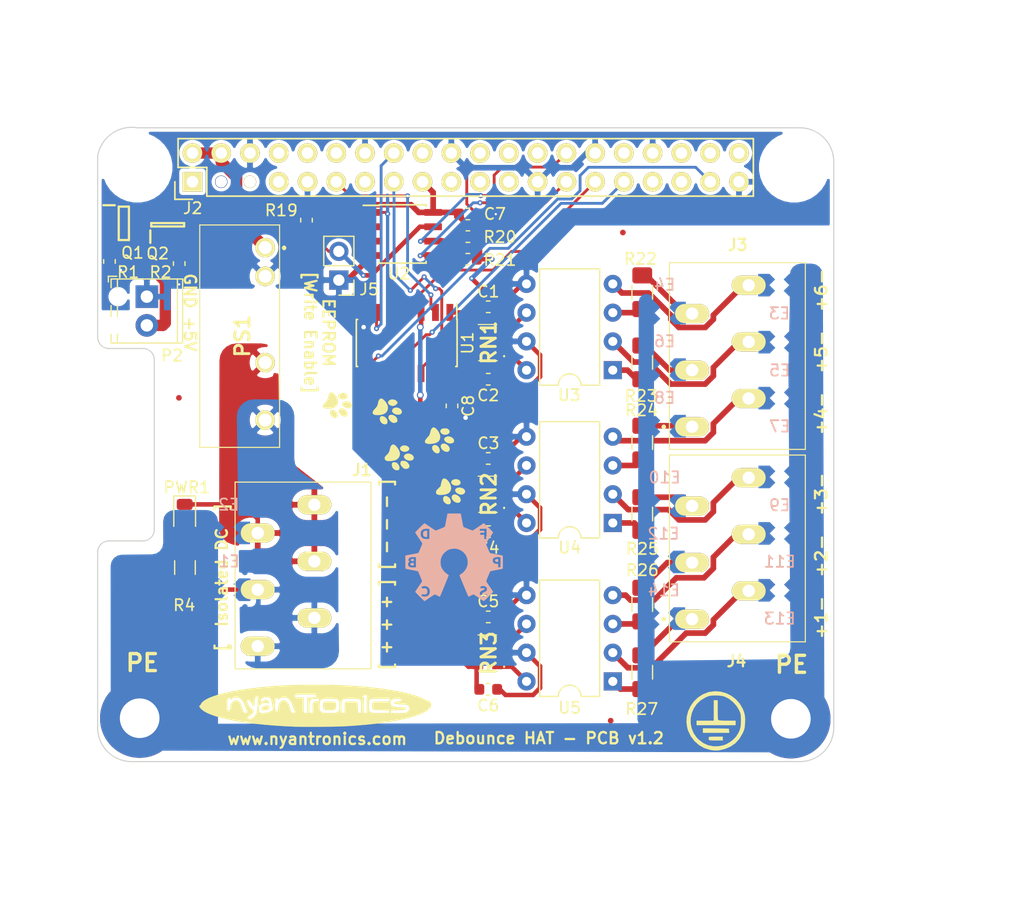
<source format=kicad_pcb>
(kicad_pcb (version 20171130) (host pcbnew "(5.1.0)-1")
  (layers (0 F.Cu signal) (31 B.Cu signal) (34 B.Paste user) (35 F.Paste user) (36 B.SilkS user) (37 F.SilkS user) (38 B.Mask user) (39 F.Mask user) (44 Edge.Cuts user))
  (net 0 "")
  (net 1 "Net-(J2-Pad11)")
  (net 2 "Net-(J2-Pad15)")
  (net 3 "Net-(J2-Pad16)")
  (net 4 "Net-(J2-Pad29)")
  (net 5 "Net-(J2-Pad31)")
  (net 6 "Net-(J2-Pad37)")
  (net 7 GND)
  (net 8 +3.3V)
  (net 9 IDSDA)
  (net 10 IDSCL)
  (net 11 "Net-(J2-Pad3)")
  (net 12 "Net-(J2-Pad5)")
  (net 13 "Net-(J2-Pad7)")
  (net 14 "Net-(J2-Pad8)")
  (net 15 "Net-(J2-Pad10)")
  (net 16 "Net-(J2-Pad12)")
  (net 17 "Net-(J2-Pad13)")
  (net 18 "Net-(J2-Pad18)")
  (net 19 "Net-(J2-Pad19)")
  (net 20 "Net-(J2-Pad21)")
  (net 21 "Net-(J2-Pad22)")
  (net 22 "Net-(J2-Pad23)")
  (net 23 "Net-(J2-Pad24)")
  (net 24 "Net-(J2-Pad26)")
  (net 25 "Net-(J2-Pad32)")
  (net 26 "Net-(J2-Pad33)")
  (net 27 "Net-(J2-Pad35)")
  (net 28 "Net-(J2-Pad36)")
  (net 29 "Net-(J2-Pad38)")
  (net 30 "Net-(J2-Pad40)")
  (net 31 +5V)
  (net 32 "Net-(R27-Pad1)")
  (net 33 "Net-(R26-Pad1)")
  (net 34 "Net-(R25-Pad1)")
  (net 35 "Net-(R24-Pad1)")
  (net 36 "Net-(R23-Pad1)")
  (net 37 "Net-(R22-Pad1)")
  (net 38 "Net-(C1-Pad2)")
  (net 39 "Net-(C2-Pad2)")
  (net 40 "Net-(C3-Pad2)")
  (net 41 "Net-(C4-Pad2)")
  (net 42 "Net-(C5-Pad2)")
  (net 43 "Net-(C6-Pad2)")
  (net 44 /+5V_in)
  (net 45 PE)
  (net 46 "Net-(E7-Pad2)")
  (net 47 "Net-(E5-Pad2)")
  (net 48 "Net-(E9-Pad2)")
  (net 49 "Net-(E10-Pad2)")
  (net 50 "Net-(E11-Pad2)")
  (net 51 "Net-(E12-Pad2)")
  (net 52 "Net-(E13-Pad2)")
  (net 53 "Net-(E6-Pad2)")
  (net 54 "Net-(E14-Pad2)")
  (net 55 "Net-(E4-Pad2)")
  (net 56 "Net-(E3-Pad2)")
  (net 57 "Net-(E1-Pad2)")
  (net 58 "Net-(E8-Pad2)")
  (net 59 "Net-(E2-Pad2)")
  (net 60 "Net-(PWR1-Pad2)")
  (net 61 "Net-(Q1-Pad4)")
  (net 62 "Net-(Q1-Pad1)")
  (net 63 "Net-(RN1-Pad3)")
  (net 64 "Net-(RN1-Pad1)")
  (net 65 "Net-(RN2-Pad3)")
  (net 66 "Net-(RN2-Pad1)")
  (net 67 "Net-(RN3-Pad3)")
  (net 68 "Net-(RN3-Pad1)")
  (net 69 "Net-(J2-Pad1)")
  (net 70 "Net-(J5-Pad2)")
  (module libs:SG1210 (layer B.Cu) (at 157.7086 86.487 180)
    (fp_text reference E3 (at 0 -2.5 180) (layer B.SilkS) (effects (justify mirror)))
    (fp_text value SPARK_GAP)
    (pad 1 smd trapezoid (at -1.373 0 180) (size 1 2) (layers B.Cu B.Paste B.Mask) (net 45 PE))
    (pad 2 smd trapezoid (at 1.373 0 180) (size 1 2) (layers B.Cu B.Paste B.Mask) (net 56 "Net-(E3-Pad2)"))
    (pad 1 smd trapezoid (at -0.873 0.5 135) (size 0.7 0.7) (layers B.Cu B.Paste B.Mask) (net 45 PE))
    (pad 1 smd trapezoid (at -0.873 -0.5 135) (size 0.7 0.7) (layers B.Cu B.Paste B.Mask) (net 45 PE))
    (pad 2 smd trapezoid (at 0.873 0.5 135) (size 0.7 0.7) (layers B.Cu B.Paste B.Mask) (net 56 "Net-(E3-Pad2)"))
    (pad 2 smd trapezoid (at 0.873 -0.5 135) (size 0.7 0.7) (layers B.Cu B.Paste B.Mask) (net 56 "Net-(E3-Pad2)"))
  )
  (module libs:SG1210 (layer B.Cu) (at 147.574 98.9457)
    (fp_text reference E8 (at 0 -2.5) (layer B.SilkS) (effects (justify mirror)))
    (fp_text value SPARK_GAP)
    (pad 1 smd trapezoid (at -1.373 0) (size 1 2) (layers B.Cu B.Paste B.Mask) (net 45 PE))
    (pad 2 smd trapezoid (at 1.373 0) (size 1 2) (layers B.Cu B.Paste B.Mask) (net 58 "Net-(E8-Pad2)"))
    (pad 1 smd trapezoid (at -0.873 0.5 315) (size 0.7 0.7) (layers B.Cu B.Paste B.Mask) (net 45 PE))
    (pad 1 smd trapezoid (at -0.873 -0.5 315) (size 0.7 0.7) (layers B.Cu B.Paste B.Mask) (net 45 PE))
    (pad 2 smd trapezoid (at 0.873 0.5 315) (size 0.7 0.7) (layers B.Cu B.Paste B.Mask) (net 58 "Net-(E8-Pad2)"))
    (pad 2 smd trapezoid (at 0.873 -0.5 315) (size 0.7 0.7) (layers B.Cu B.Paste B.Mask) (net 58 "Net-(E8-Pad2)"))
  )
  (module libs:SG1210 (layer B.Cu) (at 109.1184 113.3983)
    (fp_text reference E1 (at 0 -2.5) (layer B.SilkS) (effects (justify mirror)))
    (fp_text value SPARK_GAP)
    (pad 1 smd trapezoid (at -1.373 0) (size 1 2) (layers B.Cu B.Paste B.Mask) (net 45 PE))
    (pad 2 smd trapezoid (at 1.373 0) (size 1 2) (layers B.Cu B.Paste B.Mask) (net 57 "Net-(E1-Pad2)"))
    (pad 1 smd trapezoid (at -0.873 0.5 315) (size 0.7 0.7) (layers B.Cu B.Paste B.Mask) (net 45 PE))
    (pad 1 smd trapezoid (at -0.873 -0.5 315) (size 0.7 0.7) (layers B.Cu B.Paste B.Mask) (net 45 PE))
    (pad 2 smd trapezoid (at 0.873 0.5 315) (size 0.7 0.7) (layers B.Cu B.Paste B.Mask) (net 57 "Net-(E1-Pad2)"))
    (pad 2 smd trapezoid (at 0.873 -0.5 315) (size 0.7 0.7) (layers B.Cu B.Paste B.Mask) (net 57 "Net-(E1-Pad2)"))
  )
  (module libs:SG1210 (layer B.Cu) (at 109.093 108.3818)
    (fp_text reference E2 (at 0 -2.5) (layer B.SilkS) (effects (justify mirror)))
    (fp_text value SPARK_GAP)
    (pad 1 smd trapezoid (at -1.373 0) (size 1 2) (layers B.Cu B.Paste B.Mask) (net 45 PE))
    (pad 2 smd trapezoid (at 1.373 0) (size 1 2) (layers B.Cu B.Paste B.Mask) (net 59 "Net-(E2-Pad2)"))
    (pad 1 smd trapezoid (at -0.873 0.5 315) (size 0.7 0.7) (layers B.Cu B.Paste B.Mask) (net 45 PE))
    (pad 1 smd trapezoid (at -0.873 -0.5 315) (size 0.7 0.7) (layers B.Cu B.Paste B.Mask) (net 45 PE))
    (pad 2 smd trapezoid (at 0.873 0.5 315) (size 0.7 0.7) (layers B.Cu B.Paste B.Mask) (net 59 "Net-(E2-Pad2)"))
    (pad 2 smd trapezoid (at 0.873 -0.5 315) (size 0.7 0.7) (layers B.Cu B.Paste B.Mask) (net 59 "Net-(E2-Pad2)"))
  )
  (module libs:SG1210 (layer B.Cu) (at 147.574 88.9508)
    (fp_text reference E4 (at 0 -2.5) (layer B.SilkS) (effects (justify mirror)))
    (fp_text value SPARK_GAP)
    (pad 1 smd trapezoid (at -1.373 0) (size 1 2) (layers B.Cu B.Paste B.Mask) (net 45 PE))
    (pad 2 smd trapezoid (at 1.373 0) (size 1 2) (layers B.Cu B.Paste B.Mask) (net 55 "Net-(E4-Pad2)"))
    (pad 1 smd trapezoid (at -0.873 0.5 315) (size 0.7 0.7) (layers B.Cu B.Paste B.Mask) (net 45 PE))
    (pad 1 smd trapezoid (at -0.873 -0.5 315) (size 0.7 0.7) (layers B.Cu B.Paste B.Mask) (net 45 PE))
    (pad 2 smd trapezoid (at 0.873 0.5 315) (size 0.7 0.7) (layers B.Cu B.Paste B.Mask) (net 55 "Net-(E4-Pad2)"))
    (pad 2 smd trapezoid (at 0.873 -0.5 315) (size 0.7 0.7) (layers B.Cu B.Paste B.Mask) (net 55 "Net-(E4-Pad2)"))
  )
  (module libs:SG1210 (layer B.Cu) (at 147.5105 115.951)
    (fp_text reference E14 (at 0 -2.5) (layer B.SilkS) (effects (justify mirror)))
    (fp_text value SPARK_GAP)
    (pad 1 smd trapezoid (at -1.373 0) (size 1 2) (layers B.Cu B.Paste B.Mask) (net 45 PE))
    (pad 2 smd trapezoid (at 1.373 0) (size 1 2) (layers B.Cu B.Paste B.Mask) (net 54 "Net-(E14-Pad2)"))
    (pad 1 smd trapezoid (at -0.873 0.5 315) (size 0.7 0.7) (layers B.Cu B.Paste B.Mask) (net 45 PE))
    (pad 1 smd trapezoid (at -0.873 -0.5 315) (size 0.7 0.7) (layers B.Cu B.Paste B.Mask) (net 45 PE))
    (pad 2 smd trapezoid (at 0.873 0.5 315) (size 0.7 0.7) (layers B.Cu B.Paste B.Mask) (net 54 "Net-(E14-Pad2)"))
    (pad 2 smd trapezoid (at 0.873 -0.5 315) (size 0.7 0.7) (layers B.Cu B.Paste B.Mask) (net 54 "Net-(E14-Pad2)"))
  )
  (module libs:SG1210 (layer B.Cu) (at 147.574 93.9546)
    (fp_text reference E6 (at 0 -2.5) (layer B.SilkS) (effects (justify mirror)))
    (fp_text value SPARK_GAP)
    (pad 1 smd trapezoid (at -1.373 0) (size 1 2) (layers B.Cu B.Paste B.Mask) (net 45 PE))
    (pad 2 smd trapezoid (at 1.373 0) (size 1 2) (layers B.Cu B.Paste B.Mask) (net 53 "Net-(E6-Pad2)"))
    (pad 1 smd trapezoid (at -0.873 0.5 315) (size 0.7 0.7) (layers B.Cu B.Paste B.Mask) (net 45 PE))
    (pad 1 smd trapezoid (at -0.873 -0.5 315) (size 0.7 0.7) (layers B.Cu B.Paste B.Mask) (net 45 PE))
    (pad 2 smd trapezoid (at 0.873 0.5 315) (size 0.7 0.7) (layers B.Cu B.Paste B.Mask) (net 53 "Net-(E6-Pad2)"))
    (pad 2 smd trapezoid (at 0.873 -0.5 315) (size 0.7 0.7) (layers B.Cu B.Paste B.Mask) (net 53 "Net-(E6-Pad2)"))
  )
  (module libs:SG1210 (layer B.Cu) (at 157.734 113.4491 180)
    (fp_text reference E13 (at 0 -2.5 180) (layer B.SilkS) (effects (justify mirror)))
    (fp_text value SPARK_GAP)
    (pad 1 smd trapezoid (at -1.373 0 180) (size 1 2) (layers B.Cu B.Paste B.Mask) (net 45 PE))
    (pad 2 smd trapezoid (at 1.373 0 180) (size 1 2) (layers B.Cu B.Paste B.Mask) (net 52 "Net-(E13-Pad2)"))
    (pad 1 smd trapezoid (at -0.873 0.5 135) (size 0.7 0.7) (layers B.Cu B.Paste B.Mask) (net 45 PE))
    (pad 1 smd trapezoid (at -0.873 -0.5 135) (size 0.7 0.7) (layers B.Cu B.Paste B.Mask) (net 45 PE))
    (pad 2 smd trapezoid (at 0.873 0.5 135) (size 0.7 0.7) (layers B.Cu B.Paste B.Mask) (net 52 "Net-(E13-Pad2)"))
    (pad 2 smd trapezoid (at 0.873 -0.5 135) (size 0.7 0.7) (layers B.Cu B.Paste B.Mask) (net 52 "Net-(E13-Pad2)"))
  )
  (module libs:SG1210 (layer B.Cu) (at 147.4724 110.9472)
    (fp_text reference E12 (at 0 -2.5) (layer B.SilkS) (effects (justify mirror)))
    (fp_text value SPARK_GAP)
    (pad 1 smd trapezoid (at -1.373 0) (size 1 2) (layers B.Cu B.Paste B.Mask) (net 45 PE))
    (pad 2 smd trapezoid (at 1.373 0) (size 1 2) (layers B.Cu B.Paste B.Mask) (net 51 "Net-(E12-Pad2)"))
    (pad 1 smd trapezoid (at -0.873 0.5 315) (size 0.7 0.7) (layers B.Cu B.Paste B.Mask) (net 45 PE))
    (pad 1 smd trapezoid (at -0.873 -0.5 315) (size 0.7 0.7) (layers B.Cu B.Paste B.Mask) (net 45 PE))
    (pad 2 smd trapezoid (at 0.873 0.5 315) (size 0.7 0.7) (layers B.Cu B.Paste B.Mask) (net 51 "Net-(E12-Pad2)"))
    (pad 2 smd trapezoid (at 0.873 -0.5 315) (size 0.7 0.7) (layers B.Cu B.Paste B.Mask) (net 51 "Net-(E12-Pad2)"))
  )
  (module libs:SG1210 (layer B.Cu) (at 157.734 108.4199 180)
    (fp_text reference E11 (at 0 -2.5 180) (layer B.SilkS) (effects (justify mirror)))
    (fp_text value SPARK_GAP)
    (pad 1 smd trapezoid (at -1.373 0 180) (size 1 2) (layers B.Cu B.Paste B.Mask) (net 45 PE))
    (pad 2 smd trapezoid (at 1.373 0 180) (size 1 2) (layers B.Cu B.Paste B.Mask) (net 50 "Net-(E11-Pad2)"))
    (pad 1 smd trapezoid (at -0.873 0.5 135) (size 0.7 0.7) (layers B.Cu B.Paste B.Mask) (net 45 PE))
    (pad 1 smd trapezoid (at -0.873 -0.5 135) (size 0.7 0.7) (layers B.Cu B.Paste B.Mask) (net 45 PE))
    (pad 2 smd trapezoid (at 0.873 0.5 135) (size 0.7 0.7) (layers B.Cu B.Paste B.Mask) (net 50 "Net-(E11-Pad2)"))
    (pad 2 smd trapezoid (at 0.873 -0.5 135) (size 0.7 0.7) (layers B.Cu B.Paste B.Mask) (net 50 "Net-(E11-Pad2)"))
  )
  (module libs:SG1210 (layer B.Cu) (at 147.574 105.9815)
    (fp_text reference E10 (at 0 -2.5) (layer B.SilkS) (effects (justify mirror)))
    (fp_text value SPARK_GAP)
    (pad 1 smd trapezoid (at -1.373 0) (size 1 2) (layers B.Cu B.Paste B.Mask) (net 45 PE))
    (pad 2 smd trapezoid (at 1.373 0) (size 1 2) (layers B.Cu B.Paste B.Mask) (net 49 "Net-(E10-Pad2)"))
    (pad 1 smd trapezoid (at -0.873 0.5 315) (size 0.7 0.7) (layers B.Cu B.Paste B.Mask) (net 45 PE))
    (pad 1 smd trapezoid (at -0.873 -0.5 315) (size 0.7 0.7) (layers B.Cu B.Paste B.Mask) (net 45 PE))
    (pad 2 smd trapezoid (at 0.873 0.5 315) (size 0.7 0.7) (layers B.Cu B.Paste B.Mask) (net 49 "Net-(E10-Pad2)"))
    (pad 2 smd trapezoid (at 0.873 -0.5 315) (size 0.7 0.7) (layers B.Cu B.Paste B.Mask) (net 49 "Net-(E10-Pad2)"))
  )
  (module libs:SG1210 (layer B.Cu) (at 157.734 103.4335 180)
    (fp_text reference E9 (at 0 -2.5 180) (layer B.SilkS) (effects (justify mirror)))
    (fp_text value SPARK_GAP)
    (pad 1 smd trapezoid (at -1.373 0 180) (size 1 2) (layers B.Cu B.Paste B.Mask) (net 45 PE))
    (pad 2 smd trapezoid (at 1.373 0 180) (size 1 2) (layers B.Cu B.Paste B.Mask) (net 48 "Net-(E9-Pad2)"))
    (pad 1 smd trapezoid (at -0.873 0.5 135) (size 0.7 0.7) (layers B.Cu B.Paste B.Mask) (net 45 PE))
    (pad 1 smd trapezoid (at -0.873 -0.5 135) (size 0.7 0.7) (layers B.Cu B.Paste B.Mask) (net 45 PE))
    (pad 2 smd trapezoid (at 0.873 0.5 135) (size 0.7 0.7) (layers B.Cu B.Paste B.Mask) (net 48 "Net-(E9-Pad2)"))
    (pad 2 smd trapezoid (at 0.873 -0.5 135) (size 0.7 0.7) (layers B.Cu B.Paste B.Mask) (net 48 "Net-(E9-Pad2)"))
  )
  (module libs:SG1210 (layer B.Cu) (at 157.734 91.5242 180)
    (fp_text reference E5 (at 0 -2.5 180) (layer B.SilkS) (effects (justify mirror)))
    (fp_text value SPARK_GAP)
    (pad 1 smd trapezoid (at -1.373 0 180) (size 1 2) (layers B.Cu B.Paste B.Mask) (net 45 PE))
    (pad 2 smd trapezoid (at 1.373 0 180) (size 1 2) (layers B.Cu B.Paste B.Mask) (net 47 "Net-(E5-Pad2)"))
    (pad 1 smd trapezoid (at -0.873 0.5 135) (size 0.7 0.7) (layers B.Cu B.Paste B.Mask) (net 45 PE))
    (pad 1 smd trapezoid (at -0.873 -0.5 135) (size 0.7 0.7) (layers B.Cu B.Paste B.Mask) (net 45 PE))
    (pad 2 smd trapezoid (at 0.873 0.5 135) (size 0.7 0.7) (layers B.Cu B.Paste B.Mask) (net 47 "Net-(E5-Pad2)"))
    (pad 2 smd trapezoid (at 0.873 -0.5 135) (size 0.7 0.7) (layers B.Cu B.Paste B.Mask) (net 47 "Net-(E5-Pad2)"))
  )
  (module libs:SG1210 (layer B.Cu) (at 157.734 96.4692 180)
    (fp_text reference E7 (at 0 -2.5 180) (layer B.SilkS) (effects (justify mirror)))
    (fp_text value SPARK_GAP)
    (pad 1 smd trapezoid (at -1.373 0 180) (size 1 2) (layers B.Cu B.Paste B.Mask) (net 45 PE))
    (pad 2 smd trapezoid (at 1.373 0 180) (size 1 2) (layers B.Cu B.Paste B.Mask) (net 46 "Net-(E7-Pad2)"))
    (pad 1 smd trapezoid (at -0.873 0.5 135) (size 0.7 0.7) (layers B.Cu B.Paste B.Mask) (net 45 PE))
    (pad 1 smd trapezoid (at -0.873 -0.5 135) (size 0.7 0.7) (layers B.Cu B.Paste B.Mask) (net 45 PE))
    (pad 2 smd trapezoid (at 0.873 0.5 135) (size 0.7 0.7) (layers B.Cu B.Paste B.Mask) (net 46 "Net-(E7-Pad2)"))
    (pad 2 smd trapezoid (at 0.873 -0.5 135) (size 0.7 0.7) (layers B.Cu B.Paste B.Mask) (net 46 "Net-(E7-Pad2)"))
  )
  (module Connector_PinHeader_2.54mm:PinHeader_1x02_P2.54mm_Vertical (layer F.Cu) (at 118.8085 86.0425 180)
    (fp_text reference J5 (at -2.667 -0.8255 180) (layer F.SilkS))
    (fp_text value Conn_01x02)
    (pad 2 thru_hole oval (at 0 2.54 180) (size 1.7 1.7) (drill 1) (layers *.Cu *.Mask) (net 70 "Net-(J5-Pad2)"))
    (pad 1 thru_hole rect (at 0 0 180) (size 1.7 1.7) (drill 1) (layers *.Cu *.Mask) (net 7 GND))
  )
  (module Capacitor_SMD:C_0603_1608Metric (layer F.Cu) (at 132.0165 108.2675 180)
    (fp_text reference C4 (at 0 -1.43 180) (layer F.SilkS))
    (fp_text value 100n)
    (pad 2 smd roundrect (at 0.7875 0 180) (size 0.875 0.95) (layers F.Cu F.Paste F.Mask) (net 41 "Net-(C4-Pad2)"))
    (pad 1 smd roundrect (at -0.7875 0 180) (size 0.875 0.95) (layers F.Cu F.Paste F.Mask) (net 7 GND))
  )
  (module oshw:oshw (layer B.Cu) (at 128.905 110.6805 180)
    (fp_text reference G*** hide)
    (fp_text value LOGO hide)
  )
  (module libs:earth_pe (layer F.Cu) (at 152.146 124.968)
    (fp_text reference G*** hide)
    (fp_text value LOGO hide)
  )
  (module libs:kitten_paw_prints (layer F.Cu) (at 123.698 100.9015 270)
    (fp_text reference G*** hide)
    (fp_text value LOGO hide)
  )
  (module libs:nyantronics_logo (layer F.Cu) (at 116.713 123.571)
    (fp_text reference G*** hide)
    (fp_text value LOGO hide)
  )
  (module YC164-JR-07100RL:YC164JR07220RL (layer F.Cu) (at 131.953 118.999 90)
    (fp_text reference RN3 (at 0 0.1 90) (layer F.SilkS) (effects (font (size 1.27 1.27) (thickness 0.254))))
    (fp_text value YC164-JR-07100RL hide)
    (pad 8 smd rect (at -1.2 -0.85 90) (size 0.45 0.9) (layers F.Cu F.Paste F.Mask) (net 43 "Net-(C6-Pad2)"))
    (pad 7 smd rect (at -0.4 -0.85 90) (size 0.45 0.9) (layers F.Cu F.Paste F.Mask) (net 8 +3.3V))
    (pad 6 smd rect (at 0.4 -0.85 90) (size 0.45 0.9) (layers F.Cu F.Paste F.Mask) (net 8 +3.3V))
    (pad 5 smd rect (at 1.2 -0.85 90) (size 0.45 0.9) (layers F.Cu F.Paste F.Mask) (net 42 "Net-(C5-Pad2)"))
    (pad 4 smd rect (at 1.2 0.85 90) (size 0.45 0.9) (layers F.Cu F.Paste F.Mask) (net 67 "Net-(RN3-Pad3)"))
    (pad 3 smd rect (at 0.4 0.85 90) (size 0.45 0.9) (layers F.Cu F.Paste F.Mask) (net 67 "Net-(RN3-Pad3)"))
    (pad 2 smd rect (at -0.4 0.85 90) (size 0.45 0.9) (layers F.Cu F.Paste F.Mask) (net 68 "Net-(RN3-Pad1)"))
    (pad 1 smd rect (at -1.2 0.85 90) (size 0.45 0.9) (layers F.Cu F.Paste F.Mask) (net 68 "Net-(RN3-Pad1)"))
  )
  (module RFMM-0505S:RFMM0505S (layer F.Cu) (at 110.2995 90.9955 270)
    (fp_text reference PS1 (at 0 0 270) (layer F.SilkS) (effects (font (size 1.27 1.27) (thickness 0.254))))
    (fp_text value RFMM-0505S hide)
    (pad 7 thru_hole circle (at 7.415 -2.005) (size 1.725 1.725) (drill 1.15) (layers *.Cu *.Mask F.SilkS) (net 57 "Net-(E1-Pad2)"))
    (pad 5 thru_hole circle (at 2.335 -2.005) (size 1.725 1.725) (drill 1.15) (layers *.Cu *.Mask F.SilkS) (net 59 "Net-(E2-Pad2)"))
    (pad 2 thru_hole circle (at -5.285 -2.005) (size 1.725 1.725) (drill 1.15) (layers *.Cu *.Mask F.SilkS) (net 7 GND))
    (pad 1 thru_hole circle (at -7.825 -2.005) (size 1.725 1.725) (drill 1.15) (layers *.Cu *.Mask F.SilkS) (net 31 +5V))
  )
  (module YC164-JR-07100RL:YC164JR07220RL (layer F.Cu) (at 131.953 104.9655 90)
    (fp_text reference RN2 (at 0 0.1 90) (layer F.SilkS) (effects (font (size 1.27 1.27) (thickness 0.254))))
    (fp_text value YC164-JR-07100RL hide)
    (pad 8 smd rect (at -1.2 -0.85 90) (size 0.45 0.9) (layers F.Cu F.Paste F.Mask) (net 41 "Net-(C4-Pad2)"))
    (pad 7 smd rect (at -0.4 -0.85 90) (size 0.45 0.9) (layers F.Cu F.Paste F.Mask) (net 8 +3.3V))
    (pad 6 smd rect (at 0.4 -0.85 90) (size 0.45 0.9) (layers F.Cu F.Paste F.Mask) (net 8 +3.3V))
    (pad 5 smd rect (at 1.2 -0.85 90) (size 0.45 0.9) (layers F.Cu F.Paste F.Mask) (net 40 "Net-(C3-Pad2)"))
    (pad 4 smd rect (at 1.2 0.85 90) (size 0.45 0.9) (layers F.Cu F.Paste F.Mask) (net 65 "Net-(RN2-Pad3)"))
    (pad 3 smd rect (at 0.4 0.85 90) (size 0.45 0.9) (layers F.Cu F.Paste F.Mask) (net 65 "Net-(RN2-Pad3)"))
    (pad 2 smd rect (at -0.4 0.85 90) (size 0.45 0.9) (layers F.Cu F.Paste F.Mask) (net 66 "Net-(RN2-Pad1)"))
    (pad 1 smd rect (at -1.2 0.85 90) (size 0.45 0.9) (layers F.Cu F.Paste F.Mask) (net 66 "Net-(RN2-Pad1)"))
  )
  (module YC164-JR-07100RL:YC164JR07220RL (layer F.Cu) (at 131.953 91.567 90)
    (fp_text reference RN1 (at 0 0.1 90) (layer F.SilkS) (effects (font (size 1.27 1.27) (thickness 0.254))))
    (fp_text value YC164-JR-07100RL hide)
    (pad 8 smd rect (at -1.2 -0.85 90) (size 0.45 0.9) (layers F.Cu F.Paste F.Mask) (net 39 "Net-(C2-Pad2)"))
    (pad 7 smd rect (at -0.4 -0.85 90) (size 0.45 0.9) (layers F.Cu F.Paste F.Mask) (net 8 +3.3V))
    (pad 6 smd rect (at 0.4 -0.85 90) (size 0.45 0.9) (layers F.Cu F.Paste F.Mask) (net 8 +3.3V))
    (pad 5 smd rect (at 1.2 -0.85 90) (size 0.45 0.9) (layers F.Cu F.Paste F.Mask) (net 38 "Net-(C1-Pad2)"))
    (pad 4 smd rect (at 1.2 0.85 90) (size 0.45 0.9) (layers F.Cu F.Paste F.Mask) (net 63 "Net-(RN1-Pad3)"))
    (pad 3 smd rect (at 0.4 0.85 90) (size 0.45 0.9) (layers F.Cu F.Paste F.Mask) (net 63 "Net-(RN1-Pad3)"))
    (pad 2 smd rect (at -0.4 0.85 90) (size 0.45 0.9) (layers F.Cu F.Paste F.Mask) (net 64 "Net-(RN1-Pad1)"))
    (pad 1 smd rect (at -1.2 0.85 90) (size 0.45 0.9) (layers F.Cu F.Paste F.Mask) (net 64 "Net-(RN1-Pad1)"))
  )
  (module Resistor_SMD:R_0603_1608Metric (layer F.Cu) (at 130.2 84.2)
    (fp_text reference R21 (at 2.8325 0.0645) (layer F.SilkS))
    (fp_text value 3.9k)
    (pad 2 smd roundrect (at 0.7875 0) (size 0.875 0.95) (layers F.Cu F.Paste F.Mask) (net 8 +3.3V))
    (pad 1 smd roundrect (at -0.7875 0) (size 0.875 0.95) (layers F.Cu F.Paste F.Mask) (net 9 IDSDA))
  )
  (module Resistor_SMD:R_0603_1608Metric (layer F.Cu) (at 130.2 82.2 180)
    (fp_text reference R20 (at -2.8325 -0.0325 180) (layer F.SilkS))
    (fp_text value 3.9k)
    (pad 2 smd roundrect (at 0.7875 0 180) (size 0.875 0.95) (layers F.Cu F.Paste F.Mask) (net 10 IDSCL))
    (pad 1 smd roundrect (at -0.7875 0 180) (size 0.875 0.95) (layers F.Cu F.Paste F.Mask) (net 8 +3.3V))
  )
  (module Resistor_SMD:R_0603_1608Metric (layer F.Cu) (at 115.951 80.7465 270)
    (fp_text reference R19 (at -0.8635 2.2225) (layer F.SilkS))
    (fp_text value 1k)
    (pad 2 smd roundrect (at 0.7875 0 270) (size 0.875 0.95) (layers F.Cu F.Paste F.Mask) (net 70 "Net-(J5-Pad2)"))
    (pad 1 smd roundrect (at -0.7875 0 270) (size 0.875 0.95) (layers F.Cu F.Paste F.Mask) (net 8 +3.3V))
  )
  (module Resistor_SMD:R_0603_1608Metric (layer F.Cu) (at 104.7115 84.582 270)
    (fp_text reference R2 (at 0.762 1.651) (layer F.SilkS))
    (fp_text value "47k 1%")
    (pad 2 smd roundrect (at 0.7875 0 270) (size 0.875 0.95) (layers F.Cu F.Paste F.Mask) (net 7 GND))
    (pad 1 smd roundrect (at -0.7875 0 270) (size 0.875 0.95) (layers F.Cu F.Paste F.Mask) (net 61 "Net-(Q1-Pad4)"))
  )
  (module Resistor_SMD:R_0603_1608Metric (layer F.Cu) (at 98.552 84.3915 270)
    (fp_text reference R1 (at 0.9525 -1.651) (layer F.SilkS))
    (fp_text value "10k 1%")
    (pad 2 smd roundrect (at 0.7875 0 270) (size 0.875 0.95) (layers F.Cu F.Paste F.Mask) (net 7 GND))
    (pad 1 smd roundrect (at -0.7875 0 270) (size 0.875 0.95) (layers F.Cu F.Paste F.Mask) (net 62 "Net-(Q1-Pad1)"))
  )
  (module DMG2305UX-7:SOT96P240X100-3N (layer F.Cu) (at 103.6955 81.153 90)
    (fp_text reference Q2 (at -2.54 -0.889 180) (layer F.SilkS))
    (fp_text value DMG2305UX-7 hide)
    (pad 3 smd rect (at 1.05 0 180) (size 0.65 1.1) (layers F.Cu F.Paste F.Mask) (net 44 /+5V_in))
    (pad 2 smd rect (at -1.05 0.96 180) (size 0.65 1.1) (layers F.Cu F.Paste F.Mask) (net 31 +5V))
    (pad 1 smd rect (at -1.05 -0.96 180) (size 0.65 1.1) (layers F.Cu F.Paste F.Mask) (net 61 "Net-(Q1-Pad4)"))
  )
  (module DMMT5401-7:SOT95P275X110-6N (layer F.Cu) (at 99.822 81.026)
    (fp_text reference Q1 (at 0.762 2.6035) (layer F.SilkS))
    (fp_text value DMMT5401-7 hide)
    (pad 6 smd rect (at 1.3 -0.95 90) (size 0.6 1) (layers F.Cu F.Paste F.Mask) (net 44 /+5V_in))
    (pad 5 smd rect (at 1.3 0 90) (size 0.6 1) (layers F.Cu F.Paste F.Mask) (net 31 +5V))
    (pad 4 smd rect (at 1.3 0.95 90) (size 0.6 1) (layers F.Cu F.Paste F.Mask) (net 61 "Net-(Q1-Pad4)"))
    (pad 3 smd rect (at -1.3 0.95 90) (size 0.6 1) (layers F.Cu F.Paste F.Mask) (net 62 "Net-(Q1-Pad1)"))
    (pad 2 smd rect (at -1.3 0 90) (size 0.6 1) (layers F.Cu F.Paste F.Mask) (net 62 "Net-(Q1-Pad1)"))
    (pad 1 smd rect (at -1.3 -0.95 90) (size 0.6 1) (layers F.Cu F.Paste F.Mask) (net 62 "Net-(Q1-Pad1)"))
  )
  (module Capacitor_SMD:C_0603_1608Metric (layer F.Cu) (at 128.8 97.155 270)
    (fp_text reference C8 (at 0 -1.43 270) (layer F.SilkS))
    (fp_text value 100n)
    (pad 2 smd roundrect (at 0.7875 0 270) (size 0.875 0.95) (layers F.Cu F.Paste F.Mask) (net 7 GND))
    (pad 1 smd roundrect (at -0.7875 0 270) (size 0.875 0.95) (layers F.Cu F.Paste F.Mask) (net 8 +3.3V))
  )
  (module Capacitor_SMD:C_0603_1608Metric (layer F.Cu) (at 130.2 80.2 180)
    (fp_text reference C7 (at -2.388 -0.0005 180) (layer F.SilkS))
    (fp_text value 100n)
    (pad 2 smd roundrect (at 0.7875 0 180) (size 0.875 0.95) (layers F.Cu F.Paste F.Mask) (net 8 +3.3V))
    (pad 1 smd roundrect (at -0.7875 0 180) (size 0.875 0.95) (layers F.Cu F.Paste F.Mask) (net 7 GND))
  )
  (module Capacitor_SMD:C_0603_1608Metric (layer F.Cu) (at 132 122.2 180)
    (fp_text reference C6 (at 0 -1.43 180) (layer F.SilkS))
    (fp_text value 100n)
    (pad 2 smd roundrect (at 0.7875 0 180) (size 0.875 0.95) (layers F.Cu F.Paste F.Mask) (net 43 "Net-(C6-Pad2)"))
    (pad 1 smd roundrect (at -0.7875 0 180) (size 0.875 0.95) (layers F.Cu F.Paste F.Mask) (net 7 GND))
  )
  (module Capacitor_SMD:C_0603_1608Metric (layer F.Cu) (at 132 115.8 180)
    (fp_text reference C5 (at 0 1.373 180) (layer F.SilkS))
    (fp_text value 100n)
    (pad 2 smd roundrect (at 0.7875 0 180) (size 0.875 0.95) (layers F.Cu F.Paste F.Mask) (net 42 "Net-(C5-Pad2)"))
    (pad 1 smd roundrect (at -0.7875 0 180) (size 0.875 0.95) (layers F.Cu F.Paste F.Mask) (net 7 GND))
  )
  (module Capacitor_SMD:C_0603_1608Metric (layer F.Cu) (at 132 101.8 180)
    (fp_text reference C3 (at -0.0165 1.343 180) (layer F.SilkS))
    (fp_text value 100n)
    (pad 2 smd roundrect (at 0.7875 0 180) (size 0.875 0.95) (layers F.Cu F.Paste F.Mask) (net 40 "Net-(C3-Pad2)"))
    (pad 1 smd roundrect (at -0.7875 0 180) (size 0.875 0.95) (layers F.Cu F.Paste F.Mask) (net 7 GND))
  )
  (module Capacitor_SMD:C_0603_1608Metric (layer F.Cu) (at 132 94.8 180)
    (fp_text reference C2 (at 0 -1.43 180) (layer F.SilkS))
    (fp_text value 100n)
    (pad 2 smd roundrect (at 0.7875 0 180) (size 0.875 0.95) (layers F.Cu F.Paste F.Mask) (net 39 "Net-(C2-Pad2)"))
    (pad 1 smd roundrect (at -0.7875 0 180) (size 0.875 0.95) (layers F.Cu F.Paste F.Mask) (net 7 GND))
  )
  (module Capacitor_SMD:C_0603_1608Metric (layer F.Cu) (at 132 88.4 180)
    (fp_text reference C1 (at -0.0165 1.3415 180) (layer F.SilkS))
    (fp_text value 100n)
    (pad 2 smd roundrect (at 0.7875 0 180) (size 0.875 0.95) (layers F.Cu F.Paste F.Mask) (net 38 "Net-(C1-Pad2)"))
    (pad 1 smd roundrect (at -0.7875 0 180) (size 0.875 0.95) (layers F.Cu F.Paste F.Mask) (net 7 GND))
  )
  (module MountingHole:MountingHole_3.5mm_Pad (layer F.Cu) (at 158.7246 124.8029)
    (fp_text reference H1 hide)
    (fp_text value MountingHole_Pad)
    (pad 1 thru_hole circle (at 0 0) (size 7 7) (drill 3.5) (layers *.Cu *.Mask) (net 45 PE))
  )
  (module MountingHole:MountingHole_3.5mm_Pad (layer F.Cu) (at 101.219 124.7521)
    (fp_text reference H2 hide)
    (fp_text value MountingHole_Pad)
    (pad 1 thru_hole circle (at 0 0) (size 7 7) (drill 3.5) (layers *.Cu *.Mask) (net 45 PE))
  )
  (module SamacSys_Parts:GSL002C25006P (layer F.Cu) (at 150 116 90)
    (fp_text reference J4 (at -3.7102 3.924 180) (layer F.SilkS) (effects (font (thickness 0.2))))
    (fp_text value Conn_01x06 hide)
    (pad 6 thru_hole oval (at 12.5 5 180) (size 3 1.7) (drill 1.09) (layers *.Cu *.Mask F.SilkS) (net 48 "Net-(E9-Pad2)"))
    (pad 5 thru_hole oval (at 10 0 180) (size 3 1.7) (drill 1.09) (layers *.Cu *.Mask F.SilkS) (net 49 "Net-(E10-Pad2)"))
    (pad 4 thru_hole oval (at 7.5 5 180) (size 3 1.7) (drill 1.09) (layers *.Cu *.Mask F.SilkS) (net 50 "Net-(E11-Pad2)"))
    (pad 3 thru_hole oval (at 5 0 180) (size 3 1.7) (drill 1.09) (layers *.Cu *.Mask F.SilkS) (net 51 "Net-(E12-Pad2)"))
    (pad 2 thru_hole oval (at 2.5 5 180) (size 3 1.7) (drill 1.09) (layers *.Cu *.Mask F.SilkS) (net 52 "Net-(E13-Pad2)"))
    (pad 1 thru_hole oval (at 0 0 180) (size 3 1.7) (drill 1.09) (layers *.Cu *.Mask F.SilkS) (net 54 "Net-(E14-Pad2)"))
  )
  (module SamacSys_Parts:GSL002C25006P (layer F.Cu) (at 150 99 90)
    (fp_text reference J3 (at 16.069 4.0383 180) (layer F.SilkS) (effects (font (thickness 0.2))))
    (fp_text value Conn_01x06 hide)
    (pad 1 thru_hole oval (at 0 0 180) (size 3 1.7) (drill 1.09) (layers *.Cu *.Mask F.SilkS) (net 58 "Net-(E8-Pad2)"))
    (pad 2 thru_hole oval (at 2.5 5 180) (size 3 1.7) (drill 1.09) (layers *.Cu *.Mask F.SilkS) (net 46 "Net-(E7-Pad2)"))
    (pad 3 thru_hole oval (at 5 0 180) (size 3 1.7) (drill 1.09) (layers *.Cu *.Mask F.SilkS) (net 53 "Net-(E6-Pad2)"))
    (pad 4 thru_hole oval (at 7.5 5 180) (size 3 1.7) (drill 1.09) (layers *.Cu *.Mask F.SilkS) (net 47 "Net-(E5-Pad2)"))
    (pad 5 thru_hole oval (at 10 0 180) (size 3 1.7) (drill 1.09) (layers *.Cu *.Mask F.SilkS) (net 55 "Net-(E4-Pad2)"))
    (pad 6 thru_hole oval (at 12.5 5 180) (size 3 1.7) (drill 1.09) (layers *.Cu *.Mask F.SilkS) (net 56 "Net-(E3-Pad2)"))
  )
  (module SamacSys_Parts:GSL002C25006P (layer F.Cu) (at 111.6457 118.3894 90)
    (fp_text reference J1 (at 15.5575 9.1948 180) (layer F.SilkS) (effects (font (thickness 0.2))))
    (fp_text value Conn_01x06 hide)
    (pad 6 thru_hole oval (at 12.5 5 180) (size 3 1.7) (drill 1.09) (layers *.Cu *.Mask F.SilkS) (net 59 "Net-(E2-Pad2)"))
    (pad 5 thru_hole oval (at 10 0 180) (size 3 1.7) (drill 1.09) (layers *.Cu *.Mask F.SilkS) (net 59 "Net-(E2-Pad2)"))
    (pad 4 thru_hole oval (at 7.5 5 180) (size 3 1.7) (drill 1.09) (layers *.Cu *.Mask F.SilkS) (net 59 "Net-(E2-Pad2)"))
    (pad 3 thru_hole oval (at 5 0 180) (size 3 1.7) (drill 1.09) (layers *.Cu *.Mask F.SilkS) (net 57 "Net-(E1-Pad2)"))
    (pad 2 thru_hole oval (at 2.5 5 180) (size 3 1.7) (drill 1.09) (layers *.Cu *.Mask F.SilkS) (net 57 "Net-(E1-Pad2)"))
    (pad 1 thru_hole oval (at 0 0 180) (size 3 1.7) (drill 1.09) (layers *.Cu *.Mask F.SilkS) (net 57 "Net-(E1-Pad2)"))
  )
  (module Package_DIP:DIP-8_W7.62mm (layer F.Cu) (at 143 121.5 180)
    (fp_text reference U5 (at 3.81 -2.33 180) (layer F.SilkS))
    (fp_text value LTV-824)
    (pad 8 thru_hole oval (at 7.62 0 180) (size 1.6 1.6) (drill 0.8) (layers *.Cu *.Mask) (net 68 "Net-(RN3-Pad1)"))
    (pad 4 thru_hole oval (at 0 7.62 180) (size 1.6 1.6) (drill 0.8) (layers *.Cu *.Mask) (net 50 "Net-(E11-Pad2)"))
    (pad 7 thru_hole oval (at 7.62 2.54 180) (size 1.6 1.6) (drill 0.8) (layers *.Cu *.Mask) (net 7 GND))
    (pad 3 thru_hole oval (at 0 5.08 180) (size 1.6 1.6) (drill 0.8) (layers *.Cu *.Mask) (net 33 "Net-(R26-Pad1)"))
    (pad 6 thru_hole oval (at 7.62 5.08 180) (size 1.6 1.6) (drill 0.8) (layers *.Cu *.Mask) (net 67 "Net-(RN3-Pad3)"))
    (pad 2 thru_hole oval (at 0 2.54 180) (size 1.6 1.6) (drill 0.8) (layers *.Cu *.Mask) (net 52 "Net-(E13-Pad2)"))
    (pad 5 thru_hole oval (at 7.62 7.62 180) (size 1.6 1.6) (drill 0.8) (layers *.Cu *.Mask) (net 7 GND))
    (pad 1 thru_hole rect (at 0 0 180) (size 1.6 1.6) (drill 0.8) (layers *.Cu *.Mask) (net 32 "Net-(R27-Pad1)"))
  )
  (module Resistor_SMD:R_1206_3216Metric_Pad1.42x1.75mm_HandSolder (layer F.Cu) (at 105.2195 111.4409 270)
    (fp_text reference R4 (at 3.329 0.0635) (layer F.SilkS))
    (fp_text value 1.2k)
    (pad 2 smd roundrect (at 1.4875 0 270) (size 1.425 1.75) (layers F.Cu F.Paste F.Mask) (roundrect_rratio 0.175439) (net 57 "Net-(E1-Pad2)"))
    (pad 1 smd roundrect (at -1.4875 0 270) (size 1.425 1.75) (layers F.Cu F.Paste F.Mask) (roundrect_rratio 0.175439) (net 60 "Net-(PWR1-Pad2)"))
  )
  (module LED_SMD:LED_0805_2012Metric (layer F.Cu) (at 105.1941 106.7966 270)
    (fp_text reference PWR1 (at -2.4407 -0.1905) (layer F.SilkS))
    (fp_text value LED)
    (pad 2 smd roundrect (at 0.9375 0 270) (size 0.975 1.4) (layers F.Cu F.Paste F.Mask) (net 60 "Net-(PWR1-Pad2)"))
    (pad 1 smd roundrect (at -0.9375 0 270) (size 0.975 1.4) (layers F.Cu F.Paste F.Mask) (net 59 "Net-(E2-Pad2)"))
  )
  (module Package_DIP:DIP-8_W7.62mm (layer F.Cu) (at 143 94 180)
    (fp_text reference U3 (at 3.8461 -2.2152 180) (layer F.SilkS))
    (fp_text value LTV-824)
    (pad 1 thru_hole rect (at 0 0 180) (size 1.6 1.6) (drill 0.8) (layers *.Cu *.Mask) (net 36 "Net-(R23-Pad1)"))
    (pad 5 thru_hole oval (at 7.62 7.62 180) (size 1.6 1.6) (drill 0.8) (layers *.Cu *.Mask) (net 7 GND))
    (pad 2 thru_hole oval (at 0 2.54 180) (size 1.6 1.6) (drill 0.8) (layers *.Cu *.Mask) (net 47 "Net-(E5-Pad2)"))
    (pad 6 thru_hole oval (at 7.62 5.08 180) (size 1.6 1.6) (drill 0.8) (layers *.Cu *.Mask) (net 63 "Net-(RN1-Pad3)"))
    (pad 3 thru_hole oval (at 0 5.08 180) (size 1.6 1.6) (drill 0.8) (layers *.Cu *.Mask) (net 37 "Net-(R22-Pad1)"))
    (pad 7 thru_hole oval (at 7.62 2.54 180) (size 1.6 1.6) (drill 0.8) (layers *.Cu *.Mask) (net 7 GND))
    (pad 4 thru_hole oval (at 0 7.62 180) (size 1.6 1.6) (drill 0.8) (layers *.Cu *.Mask) (net 56 "Net-(E3-Pad2)"))
    (pad 8 thru_hole oval (at 7.62 0 180) (size 1.6 1.6) (drill 0.8) (layers *.Cu *.Mask) (net 64 "Net-(RN1-Pad1)"))
  )
  (module Package_DIP:DIP-8_W7.62mm (layer F.Cu) (at 143 107.5 180)
    (fp_text reference U4 (at 3.808 -2.1772 180) (layer F.SilkS))
    (fp_text value LTV-824)
    (pad 1 thru_hole rect (at 0 0 180) (size 1.6 1.6) (drill 0.8) (layers *.Cu *.Mask) (net 34 "Net-(R25-Pad1)"))
    (pad 5 thru_hole oval (at 7.62 7.62 180) (size 1.6 1.6) (drill 0.8) (layers *.Cu *.Mask) (net 7 GND))
    (pad 2 thru_hole oval (at 0 2.54 180) (size 1.6 1.6) (drill 0.8) (layers *.Cu *.Mask) (net 48 "Net-(E9-Pad2)"))
    (pad 6 thru_hole oval (at 7.62 5.08 180) (size 1.6 1.6) (drill 0.8) (layers *.Cu *.Mask) (net 65 "Net-(RN2-Pad3)"))
    (pad 3 thru_hole oval (at 0 5.08 180) (size 1.6 1.6) (drill 0.8) (layers *.Cu *.Mask) (net 35 "Net-(R24-Pad1)"))
    (pad 7 thru_hole oval (at 7.62 2.54 180) (size 1.6 1.6) (drill 0.8) (layers *.Cu *.Mask) (net 7 GND))
    (pad 4 thru_hole oval (at 0 7.62 180) (size 1.6 1.6) (drill 0.8) (layers *.Cu *.Mask) (net 46 "Net-(E7-Pad2)"))
    (pad 8 thru_hole oval (at 7.62 0 180) (size 1.6 1.6) (drill 0.8) (layers *.Cu *.Mask) (net 66 "Net-(RN2-Pad1)"))
  )
  (module Package_SO:SOIC-14_3.9x8.7mm_P1.27mm (layer F.Cu) (at 124.8 91.6 270)
    (fp_text reference U1 (at 0 -5.375 270) (layer F.SilkS))
    (fp_text value 74LVT04)
    (pad 1 smd rect (at -2.7 -3.81 270) (size 1.5 0.6) (layers F.Cu F.Paste F.Mask) (net 38 "Net-(C1-Pad2)"))
    (pad 2 smd rect (at -2.7 -2.54 270) (size 1.5 0.6) (layers F.Cu F.Paste F.Mask) (net 1 "Net-(J2-Pad11)"))
    (pad 3 smd rect (at -2.7 -1.27 270) (size 1.5 0.6) (layers F.Cu F.Paste F.Mask) (net 40 "Net-(C3-Pad2)"))
    (pad 4 smd rect (at -2.7 0 270) (size 1.5 0.6) (layers F.Cu F.Paste F.Mask) (net 4 "Net-(J2-Pad29)"))
    (pad 5 smd rect (at -2.7 1.27 270) (size 1.5 0.6) (layers F.Cu F.Paste F.Mask) (net 43 "Net-(C6-Pad2)"))
    (pad 6 smd rect (at -2.7 2.54 270) (size 1.5 0.6) (layers F.Cu F.Paste F.Mask) (net 3 "Net-(J2-Pad16)"))
    (pad 7 smd rect (at -2.7 3.81 270) (size 1.5 0.6) (layers F.Cu F.Paste F.Mask) (net 7 GND))
    (pad 8 smd rect (at 2.7 3.81 270) (size 1.5 0.6) (layers F.Cu F.Paste F.Mask) (net 6 "Net-(J2-Pad37)"))
    (pad 9 smd rect (at 2.7 2.54 270) (size 1.5 0.6) (layers F.Cu F.Paste F.Mask) (net 42 "Net-(C5-Pad2)"))
    (pad 10 smd rect (at 2.7 1.27 270) (size 1.5 0.6) (layers F.Cu F.Paste F.Mask) (net 5 "Net-(J2-Pad31)"))
    (pad 11 smd rect (at 2.7 0 270) (size 1.5 0.6) (layers F.Cu F.Paste F.Mask) (net 41 "Net-(C4-Pad2)"))
    (pad 12 smd rect (at 2.7 -1.27 270) (size 1.5 0.6) (layers F.Cu F.Paste F.Mask) (net 2 "Net-(J2-Pad15)"))
    (pad 13 smd rect (at 2.7 -2.54 270) (size 1.5 0.6) (layers F.Cu F.Paste F.Mask) (net 39 "Net-(C2-Pad2)"))
    (pad 14 smd rect (at 2.7 -3.81 270) (size 1.5 0.6) (layers F.Cu F.Paste F.Mask) (net 8 +3.3V))
  )
  (module Package_SO:SOIC-8_3.9x4.9mm_P1.27mm (layer F.Cu) (at 124.4346 81.9658)
    (fp_text reference U2 (at -0.3242 3.4964) (layer F.SilkS))
    (fp_text value CAT24C32)
    (pad 1 smd rect (at -2.7 -1.905) (size 1.55 0.6) (layers F.Cu F.Paste F.Mask) (net 7 GND))
    (pad 2 smd rect (at -2.7 -0.635) (size 1.55 0.6) (layers F.Cu F.Paste F.Mask) (net 7 GND))
    (pad 3 smd rect (at -2.7 0.635) (size 1.55 0.6) (layers F.Cu F.Paste F.Mask) (net 7 GND))
    (pad 4 smd rect (at -2.7 1.905) (size 1.55 0.6) (layers F.Cu F.Paste F.Mask) (net 7 GND))
    (pad 5 smd rect (at 2.7 1.905) (size 1.55 0.6) (layers F.Cu F.Paste F.Mask) (net 9 IDSDA))
    (pad 6 smd rect (at 2.7 0.635) (size 1.55 0.6) (layers F.Cu F.Paste F.Mask) (net 10 IDSCL))
    (pad 7 smd rect (at 2.7 -0.635) (size 1.55 0.6) (layers F.Cu F.Paste F.Mask) (net 70 "Net-(J5-Pad2)"))
    (pad 8 smd rect (at 2.7 -1.905) (size 1.55 0.6) (layers F.Cu F.Paste F.Mask) (net 8 +3.3V))
  )
  (module Resistor_SMD:R_1206_3216Metric_Pad1.42x1.75mm_HandSolder (layer F.Cu) (at 145.6 87.1125 90)
    (fp_text reference R22 (at 2.9496 -0.1596 180) (layer F.SilkS))
    (fp_text value 1.2k)
    (pad 2 smd roundrect (at 1.4875 0 90) (size 1.425 1.75) (layers F.Cu F.Paste F.Mask) (roundrect_rratio 0.175439) (net 55 "Net-(E4-Pad2)"))
    (pad 1 smd roundrect (at -1.4875 0 90) (size 1.425 1.75) (layers F.Cu F.Paste F.Mask) (roundrect_rratio 0.175439) (net 37 "Net-(R22-Pad1)"))
  )
  (module Resistor_SMD:R_1206_3216Metric_Pad1.42x1.75mm_HandSolder (layer F.Cu) (at 145.6 93.3125 90)
    (fp_text reference R23 (at -2.9662 -0.0961 180) (layer F.SilkS))
    (fp_text value 1.2k)
    (pad 1 smd roundrect (at -1.4875 0 90) (size 1.425 1.75) (layers F.Cu F.Paste F.Mask) (roundrect_rratio 0.175439) (net 36 "Net-(R23-Pad1)"))
    (pad 2 smd roundrect (at 1.4875 0 90) (size 1.425 1.75) (layers F.Cu F.Paste F.Mask) (roundrect_rratio 0.175439) (net 53 "Net-(E6-Pad2)"))
  )
  (module Resistor_SMD:R_1206_3216Metric_Pad1.42x1.75mm_HandSolder (layer F.Cu) (at 145.6 100.4 90)
    (fp_text reference R24 (at 2.8513 -0.0707 180) (layer F.SilkS))
    (fp_text value 1.2k)
    (pad 2 smd roundrect (at 1.4875 0 90) (size 1.425 1.75) (layers F.Cu F.Paste F.Mask) (roundrect_rratio 0.175439) (net 58 "Net-(E8-Pad2)"))
    (pad 1 smd roundrect (at -1.4875 0 90) (size 1.425 1.75) (layers F.Cu F.Paste F.Mask) (roundrect_rratio 0.175439) (net 35 "Net-(R24-Pad1)"))
  )
  (module Resistor_SMD:R_1206_3216Metric_Pad1.42x1.75mm_HandSolder (layer F.Cu) (at 145.6 106.7125 90)
    (fp_text reference R25 (at -3.079 0.0055 180) (layer F.SilkS))
    (fp_text value 1.2k)
    (pad 1 smd roundrect (at -1.4875 0 90) (size 1.425 1.75) (layers F.Cu F.Paste F.Mask) (roundrect_rratio 0.175439) (net 34 "Net-(R25-Pad1)"))
    (pad 2 smd roundrect (at 1.4875 0 90) (size 1.425 1.75) (layers F.Cu F.Paste F.Mask) (roundrect_rratio 0.175439) (net 49 "Net-(E10-Pad2)"))
  )
  (module Resistor_SMD:R_1206_3216Metric_Pad1.42x1.75mm_HandSolder (layer F.Cu) (at 145.6 114.7125 90)
    (fp_text reference R26 (at 3.0414 0.0055 180) (layer F.SilkS))
    (fp_text value 1.2k)
    (pad 2 smd roundrect (at 1.4875 0 90) (size 1.425 1.75) (layers F.Cu F.Paste F.Mask) (roundrect_rratio 0.175439) (net 51 "Net-(E12-Pad2)"))
    (pad 1 smd roundrect (at -1.4875 0 90) (size 1.425 1.75) (layers F.Cu F.Paste F.Mask) (roundrect_rratio 0.175439) (net 33 "Net-(R26-Pad1)"))
  )
  (module Resistor_SMD:R_1206_3216Metric_Pad1.42x1.75mm_HandSolder (layer F.Cu) (at 145.6 120.6875 90)
    (fp_text reference R27 (at -3.2518 -0.0453 180) (layer F.SilkS))
    (fp_text value 1.2k)
    (pad 1 smd roundrect (at -1.4875 0 90) (size 1.425 1.75) (layers F.Cu F.Paste F.Mask) (roundrect_rratio 0.175439) (net 32 "Net-(R27-Pad1)"))
    (pad 2 smd roundrect (at 1.4875 0 90) (size 1.425 1.75) (layers F.Cu F.Paste F.Mask) (roundrect_rratio 0.175439) (net 54 "Net-(E14-Pad2)"))
  )
  (module TerminalBlock_Phoenix:TerminalBlock_Phoenix_MPT-0,5-2-2.54_1x02_P2.54mm_Horizontal (layer F.Cu) (at 101.854 87.503 270)
    (fp_text reference P2 (at 5.207 -2.2225) (layer F.SilkS))
    (fp_text value CONN_2)
    (pad 1 thru_hole rect (at 0 0 270) (size 2 2) (drill 1.1) (layers *.Cu *.Mask) (net 7 GND))
    (pad "" np_thru_hole circle (at 0 2.54 270) (size 1.1 1.1) (drill 1.1) (layers *.Cu *.Mask))
    (pad 2 thru_hole circle (at 2.54 0 270) (size 2 2) (drill 1.1) (layers *.Cu *.Mask) (net 44 /+5V_in))
    (pad "" np_thru_hole circle (at 2.54 2.54 270) (size 1.1 1.1) (drill 1.1) (layers *.Cu *.Mask))
  )
  (module RPi_Hat:Pin_Header_Straight_2x20 (layer F.Cu) (at 130.0106 76.0852 90)
    (fp_text reference J2 (at -3.6073 -24.1053) (layer F.SilkS))
    (fp_text value RPi_GPIO)
    (pad 1 thru_hole rect (at -1.27 -24.13 90) (size 1.7272 1.7272) (drill 1.016) (layers *.Cu *.Mask F.SilkS) (net 69 "Net-(J2-Pad1)"))
    (pad 2 thru_hole oval (at 1.27 -24.13 90) (size 1.7272 1.7272) (drill 1.016) (layers *.Cu *.Mask F.SilkS) (net 31 +5V))
    (pad 3 thru_hole oval (at -1.27 -21.59 90) (size 1.1 1.1) (drill 1.016) (layers *.Cu *.Mask) (net 11 "Net-(J2-Pad3)"))
    (pad 4 thru_hole oval (at 1.27 -21.59 90) (size 1.7272 1.7272) (drill 1.016) (layers *.Cu *.Mask F.SilkS) (net 31 +5V))
    (pad 5 thru_hole oval (at -1.27 -19.05 90) (size 1.1 1.1) (drill 1.016) (layers *.Cu *.Mask F.SilkS) (net 12 "Net-(J2-Pad5)"))
    (pad 6 thru_hole oval (at 1.27 -19.05 90) (size 1.7272 1.7272) (drill 1.016) (layers *.Cu *.Mask F.SilkS) (net 7 GND))
    (pad 7 thru_hole oval (at -1.27 -16.51 90) (size 1.7272 1.7272) (drill 1.016) (layers *.Cu *.Mask F.SilkS) (net 13 "Net-(J2-Pad7)"))
    (pad 8 thru_hole oval (at 1.27 -16.51 90) (size 1.7272 1.7272) (drill 1.016) (layers *.Cu *.Mask F.SilkS) (net 14 "Net-(J2-Pad8)"))
    (pad 9 thru_hole oval (at -1.27 -13.97 90) (size 1.7272 1.7272) (drill 1.016) (layers *.Cu *.Mask F.SilkS) (net 7 GND))
    (pad 10 thru_hole oval (at 1.27 -13.97 90) (size 1.7272 1.7272) (drill 1.016) (layers *.Cu *.Mask F.SilkS) (net 15 "Net-(J2-Pad10)"))
    (pad 11 thru_hole oval (at -1.27 -11.43 90) (size 1.7272 1.7272) (drill 1.016) (layers *.Cu *.Mask F.SilkS) (net 1 "Net-(J2-Pad11)"))
    (pad 12 thru_hole oval (at 1.27 -11.43 90) (size 1.7272 1.7272) (drill 1.016) (layers *.Cu *.Mask F.SilkS) (net 16 "Net-(J2-Pad12)"))
    (pad 13 thru_hole oval (at -1.27 -8.89 90) (size 1.7272 1.7272) (drill 1.016) (layers *.Cu *.Mask F.SilkS) (net 17 "Net-(J2-Pad13)"))
    (pad 14 thru_hole oval (at 1.27 -8.89 90) (size 1.7272 1.7272) (drill 1.016) (layers *.Cu *.Mask F.SilkS) (net 7 GND))
    (pad 15 thru_hole oval (at -1.27 -6.35 90) (size 1.7272 1.7272) (drill 1.016) (layers *.Cu *.Mask F.SilkS) (net 2 "Net-(J2-Pad15)"))
    (pad 16 thru_hole oval (at 1.27 -6.35 90) (size 1.7272 1.7272) (drill 1.016) (layers *.Cu *.Mask F.SilkS) (net 3 "Net-(J2-Pad16)"))
    (pad 17 thru_hole oval (at -1.27 -3.81 90) (size 1.7272 1.7272) (drill 1.016) (layers *.Cu *.Mask F.SilkS) (net 8 +3.3V))
    (pad 18 thru_hole oval (at 1.27 -3.81 90) (size 1.7272 1.7272) (drill 1.016) (layers *.Cu *.Mask F.SilkS) (net 18 "Net-(J2-Pad18)"))
    (pad 19 thru_hole oval (at -1.27 -1.27 90) (size 1.7272 1.7272) (drill 1.016) (layers *.Cu *.Mask F.SilkS) (net 19 "Net-(J2-Pad19)"))
    (pad 20 thru_hole oval (at 1.27 -1.27 90) (size 1.7272 1.7272) (drill 1.016) (layers *.Cu *.Mask F.SilkS) (net 7 GND))
    (pad 21 thru_hole oval (at -1.27 1.27 90) (size 1.7272 1.7272) (drill 1.016) (layers *.Cu *.Mask F.SilkS) (net 20 "Net-(J2-Pad21)"))
    (pad 22 thru_hole oval (at 1.27 1.27 90) (size 1.7272 1.7272) (drill 1.016) (layers *.Cu *.Mask F.SilkS) (net 21 "Net-(J2-Pad22)"))
    (pad 23 thru_hole oval (at -1.27 3.81 90) (size 1.7272 1.7272) (drill 1.016) (layers *.Cu *.Mask F.SilkS) (net 22 "Net-(J2-Pad23)"))
    (pad 24 thru_hole oval (at 1.27 3.81 90) (size 1.7272 1.7272) (drill 1.016) (layers *.Cu *.Mask F.SilkS) (net 23 "Net-(J2-Pad24)"))
    (pad 25 thru_hole oval (at -1.27 6.35 90) (size 1.7272 1.7272) (drill 1.016) (layers *.Cu *.Mask F.SilkS) (net 7 GND))
    (pad 26 thru_hole oval (at 1.27 6.35 90) (size 1.7272 1.7272) (drill 1.016) (layers *.Cu *.Mask F.SilkS) (net 24 "Net-(J2-Pad26)"))
    (pad 27 thru_hole oval (at -1.27 8.89 90) (size 1.7272 1.7272) (drill 1.016) (layers *.Cu *.Mask F.SilkS) (net 9 IDSDA))
    (pad 28 thru_hole oval (at 1.27 8.89 90) (size 1.7272 1.7272) (drill 1.016) (layers *.Cu *.Mask F.SilkS) (net 10 IDSCL))
    (pad 29 thru_hole oval (at -1.27 11.43 90) (size 1.7272 1.7272) (drill 1.016) (layers *.Cu *.Mask F.SilkS) (net 4 "Net-(J2-Pad29)"))
    (pad 30 thru_hole oval (at 1.27 11.43 90) (size 1.7272 1.7272) (drill 1.016) (layers *.Cu *.Mask F.SilkS) (net 7 GND))
    (pad 31 thru_hole oval (at -1.27 13.97 90) (size 1.7272 1.7272) (drill 1.016) (layers *.Cu *.Mask F.SilkS) (net 5 "Net-(J2-Pad31)"))
    (pad 32 thru_hole oval (at 1.27 13.97 90) (size 1.7272 1.7272) (drill 1.016) (layers *.Cu *.Mask F.SilkS) (net 25 "Net-(J2-Pad32)"))
    (pad 33 thru_hole oval (at -1.27 16.51 90) (size 1.7272 1.7272) (drill 1.016) (layers *.Cu *.Mask F.SilkS) (net 26 "Net-(J2-Pad33)"))
    (pad 34 thru_hole oval (at 1.27 16.51 90) (size 1.7272 1.7272) (drill 1.016) (layers *.Cu *.Mask F.SilkS) (net 7 GND))
    (pad 35 thru_hole oval (at -1.27 19.05 90) (size 1.7272 1.7272) (drill 1.016) (layers *.Cu *.Mask F.SilkS) (net 27 "Net-(J2-Pad35)"))
    (pad 36 thru_hole oval (at 1.27 19.05 90) (size 1.7272 1.7272) (drill 1.016) (layers *.Cu *.Mask F.SilkS) (net 28 "Net-(J2-Pad36)"))
    (pad 37 thru_hole oval (at -1.27 21.59 90) (size 1.7272 1.7272) (drill 1.016) (layers *.Cu *.Mask F.SilkS) (net 6 "Net-(J2-Pad37)"))
    (pad 38 thru_hole oval (at 1.27 21.59 90) (size 1.7272 1.7272) (drill 1.016) (layers *.Cu *.Mask F.SilkS) (net 29 "Net-(J2-Pad38)"))
    (pad 39 thru_hole oval (at -1.27 24.13 90) (size 1.7272 1.7272) (drill 1.016) (layers *.Cu *.Mask F.SilkS) (net 7 GND))
    (pad 40 thru_hole oval (at 1.27 24.13 90) (size 1.7272 1.7272) (drill 1.016) (layers *.Cu *.Mask F.SilkS) (net 30 "Net-(J2-Pad40)"))
  )
  (module RPi_Hat:RPi_Hat_Mounting_Hole (layer F.Cu) (at 159.0106 76.0852)
    (fp_text reference "" hide)
    (fp_text value "" hide)
    (pad "" np_thru_hole circle (at 0 0) (size 2.75 2.75) (drill 2.75) (layers *.Cu *.Mask) (clearance 1.725))
  )
  (module RPi_Hat:RPi_Hat_Mounting_Hole (layer F.Cu) (at 101.0106 76.0852)
    (fp_text reference "" hide)
    (fp_text value "" hide)
    (pad "" np_thru_hole circle (at 0 0) (size 2.75 2.75) (drill 2.75) (layers *.Cu *.Mask) (clearance 1.725))
  )
  (module Fiducial:Fiducial_0.5mm_Dia_1mm_Outer (layer F.Cu) (at 104.6861 96.4438)
    (fp_text reference REF** hide)
    (fp_text value Fiducial_0.5mm_Dia_1mm_Outer)
    (pad ~ smd circle (at 0 0) (size 0.5 0.5) (layers F.Cu F.Mask) (clearance 0.25))
  )
  (module Fiducial:Fiducial_0.5mm_Dia_1mm_Outer (layer F.Cu) (at 125.7173 109.2454)
    (fp_text reference REF** hide)
    (fp_text value Fiducial_0.5mm_Dia_1mm_Outer)
    (pad ~ smd circle (at 0 0) (size 0.5 0.5) (layers F.Cu F.Mask) (clearance 0.25))
  )
  (module Fiducial:Fiducial_0.5mm_Dia_1mm_Outer (layer F.Cu) (at 142.8115 124.968)
    (fp_text reference REF** hide)
    (fp_text value Fiducial_0.5mm_Dia_1mm_Outer)
    (pad ~ smd circle (at 0 0) (size 0.5 0.5) (layers F.Cu F.Mask) (clearance 0.25))
  )
  (module Fiducial:Fiducial_0.5mm_Dia_1mm_Outer (layer F.Cu) (at 143.891 81.8388)
    (fp_text reference REF** hide)
    (fp_text value Fiducial_0.5mm_Dia_1mm_Outer)
    (pad ~ smd circle (at 0 0) (size 0.5 0.5) (layers F.Cu F.Mask) (clearance 0.25))
  )
  (gr_text PE (at 158.7881 120.015) (layer F.SilkS) (effects (font (size 1.5 1.5) (thickness 0.3))))
  (gr_text PE (at 101.4603 119.8626) (layer F.SilkS) (effects (font (size 1.5 1.5) (thickness 0.3))))
  (gr_text "[  Isolated DC  ]" (at 108.4707 112.3061 90) (layer F.SilkS) (effects (font (size 1 1) (thickness 0.2))))
  (gr_text "[ + + + ] [ - - - ]" (at 122.9868 112.0521 90) (layer F.SilkS) (effects (font (size 1 1) (thickness 0.2))))
  (gr_text www.nyantronics.com (at 116.9035 126.5809) (layer F.SilkS) (effects (font (size 1 1) (thickness 0.2))))
  (gr_text "EEPROM\n[Write Enable]" (at 117.094 90.678 270) (layer F.SilkS) (effects (font (size 1 1) (thickness 0.2))))
  (gr_text "GND +5V" (at 105.664 88.9 270) (layer F.SilkS) (effects (font (size 1 1) (thickness 0.2))))
  (gr_text "+1-  +2-  +3-    +4-  +5-  +6-" (at 161.4 101.4 90) (layer F.SilkS) (effects (font (size 1 1.1) (thickness 0.2))))
  (gr_text "Debounce HAT - PCB v1.2" (at 137.3505 126.5174) (layer F.SilkS) (effects (font (size 1 1) (thickness 0.2))))
  (gr_arc (start 159.5106 75.5852) (end 159.5106 72.5852) (angle 90) (layer Edge.Cuts) (width 0.1))
  (gr_line (start 101.0106 72.5852) (end 159.5106 72.5852) (angle 90) (layer Edge.Cuts) (width 0.1))
  (gr_arc (start 100.5106 75.5852) (end 97.5106 75.0852) (angle 90) (layer Edge.Cuts) (width 0.1))
  (gr_arc (start 98.5106 110.0852) (end 97.5106 110.0852) (angle 90) (layer Edge.Cuts) (width 0.1))
  (gr_arc (start 101.5106 108.0852) (end 102.5106 108.0852) (angle 90) (layer Edge.Cuts) (width 0.1))
  (gr_arc (start 101.5106 93.0852) (end 101.5106 92.0852) (angle 90) (layer Edge.Cuts) (width 0.1))
  (gr_arc (start 98.5106 91.0852) (end 98.5106 92.0852) (angle 90) (layer Edge.Cuts) (width 0.1))
  (gr_arc (start 159.5106 125.5852) (end 162.5106 125.5852) (angle 90) (layer Edge.Cuts) (width 0.1))
  (gr_arc (start 100.5106 125.5852) (end 100.5106 128.5852) (angle 90) (layer Edge.Cuts) (width 0.1))
  (gr_line (start 97.5106 110.0852) (end 97.5106 125.5852) (layer Edge.Cuts) (width 0.1))
  (gr_line (start 97.5106 75.0852) (end 97.5106 91.0852) (layer Edge.Cuts) (width 0.1))
  (gr_line (start 98.5106 109.0852) (end 101.5106 109.0852) (layer Edge.Cuts) (width 0.1))
  (gr_line (start 98.5106 92.0852) (end 101.5106 92.0852) (layer Edge.Cuts) (width 0.1))
  (gr_line (start 102.5106 93.0852) (end 102.5106 108.0852) (layer Edge.Cuts) (width 0.1))
  (gr_line (start 100.5106 128.5852) (end 159.5106 128.5852) (angle 90) (layer Edge.Cuts) (width 0.1))
  (gr_line (start 162.5106 75.5852) (end 162.5106 125.5852) (angle 90) (layer Edge.Cuts) (width 0.1))
  (via (at 124.8791 78.6003) (size 0.45) (drill 0.2) (layers F.Cu B.Cu) (net 1))
  (segment (start 118.5806 77.3552) (end 119.8257 78.6003) (width 0.25) (layer F.Cu) (net 1))
  (segment (start 119.8257 78.6003) (end 124.8791 78.6003) (width 0.25) (layer F.Cu) (net 1))
  (via (at 126.9365 87.3506) (size 0.45) (drill 0.2) (layers F.Cu B.Cu) (net 1))
  (segment (start 124.8791 78.6003) (end 124.8791 85.2932) (width 0.25) (layer B.Cu) (net 1))
  (segment (start 124.8791 85.2932) (end 126.9365 87.3506) (width 0.25) (layer B.Cu) (net 1))
  (segment (start 126.9365 88.4965) (end 127.34 88.9) (width 0.25) (layer F.Cu) (net 1))
  (segment (start 126.9365 87.3506) (end 126.9365 88.4965) (width 0.25) (layer F.Cu) (net 1))
  (via (at 125.1204 86.9442) (size 0.45) (drill 0.2) (layers F.Cu B.Cu) (net 2))
  (segment (start 123.6606 78.576514) (end 123.6606 77.3552) (width 0.25) (layer B.Cu) (net 2))
  (segment (start 123.6853 78.601214) (end 123.6606 78.576514) (width 0.25) (layer B.Cu) (net 2))
  (segment (start 123.6853 85.5091) (end 123.6853 78.601214) (width 0.25) (layer B.Cu) (net 2))
  (segment (start 125.1204 86.9442) (end 123.6853 85.5091) (width 0.25) (layer B.Cu) (net 2))
  (via (at 126.3396 85.7631) (size 0.45) (drill 0.2) (layers F.Cu B.Cu) (net 2))
  (segment (start 125.1204 86.9442) (end 125.1585 86.9442) (width 0.25) (layer F.Cu) (net 2))
  (segment (start 125.1585 86.9442) (end 126.3396 85.7631) (width 0.25) (layer F.Cu) (net 2))
  (via (at 127.3556 86.7918) (size 0.45) (drill 0.2) (layers F.Cu B.Cu) (net 2))
  (segment (start 126.3396 85.7631) (end 126.3396 85.7758) (width 0.25) (layer B.Cu) (net 2))
  (segment (start 126.3396 85.7758) (end 127.3556 86.7918) (width 0.25) (layer B.Cu) (net 2))
  (segment (start 126.07 93.85) (end 126.07 94.3) (width 0.25) (layer F.Cu) (net 2))
  (segment (start 127.895001 92.024999) (end 126.07 93.85) (width 0.25) (layer F.Cu) (net 2))
  (segment (start 127.895001 87.013003) (end 127.895001 92.024999) (width 0.25) (layer F.Cu) (net 2))
  (segment (start 127.673798 86.7918) (end 127.895001 87.013003) (width 0.25) (layer F.Cu) (net 2))
  (segment (start 127.3556 86.7918) (end 127.673798 86.7918) (width 0.25) (layer F.Cu) (net 2))
  (via (at 122.1359 90.3224) (size 0.45) (drill 0.2) (layers F.Cu B.Cu) (net 3))
  (segment (start 122.541999 89.916301) (end 122.1359 90.3224) (width 0.25) (layer B.Cu) (net 3))
  (segment (start 123.6606 74.8152) (end 122.541999 75.933801) (width 0.25) (layer B.Cu) (net 3))
  (segment (start 122.541999 75.933801) (end 122.541999 89.916301) (width 0.25) (layer B.Cu) (net 3))
  (segment (start 122.1359 89.0241) (end 122.26 88.9) (width 0.25) (layer F.Cu) (net 3))
  (segment (start 122.1359 90.3224) (end 122.1359 89.0241) (width 0.25) (layer F.Cu) (net 3))
  (segment (start 124.8 88.45) (end 124.8 88.9) (width 0.25) (layer F.Cu) (net 4))
  (segment (start 128.09499 85.15501) (end 124.8 88.45) (width 0.25) (layer F.Cu) (net 4))
  (segment (start 141.4406 77.3552) (end 135.2806 83.5152) (width 0.25) (layer F.Cu) (net 4))
  (segment (start 134.06271 83.5152) (end 132.4229 85.15501) (width 0.25) (layer F.Cu) (net 4))
  (segment (start 135.2806 83.5152) (end 134.06271 83.5152) (width 0.25) (layer F.Cu) (net 4))
  (segment (start 132.4229 85.15501) (end 128.09499 85.15501) (width 0.25) (layer F.Cu) (net 4))
  (segment (start 143.9806 77.3552) (end 142.0751 79.2607) (width 0.25) (layer B.Cu) (net 5))
  (via (at 127.0508 90.6399) (size 0.45) (drill 0.2) (layers F.Cu B.Cu) (net 5))
  (segment (start 142.0751 79.2607) (end 138.43 79.2607) (width 0.25) (layer B.Cu) (net 5))
  (segment (start 138.43 79.2607) (end 127.0508 90.6399) (width 0.25) (layer B.Cu) (net 5))
  (segment (start 123.53 93.85) (end 123.53 94.3) (width 0.25) (layer F.Cu) (net 5))
  (segment (start 126.515101 90.864899) (end 123.53 93.85) (width 0.25) (layer F.Cu) (net 5))
  (segment (start 126.825801 90.864899) (end 126.515101 90.864899) (width 0.25) (layer F.Cu) (net 5))
  (segment (start 127.0508 90.6399) (end 126.825801 90.864899) (width 0.25) (layer F.Cu) (net 5))
  (via (at 122.301 92.7481) (size 0.45) (drill 0.2) (layers F.Cu B.Cu) (net 6))
  (segment (start 120.99 94.0591) (end 120.99 94.3) (width 0.25) (layer F.Cu) (net 6))
  (segment (start 122.301 92.7481) (end 120.99 94.0591) (width 0.25) (layer F.Cu) (net 6))
  (segment (start 122.62323 92.7481) (end 122.301 92.7481) (width 0.25) (layer B.Cu) (net 6))
  (segment (start 132.133165 83.238165) (end 122.62323 92.7481) (width 0.25) (layer B.Cu) (net 6))
  (segment (start 133.768715 83.238165) (end 132.133165 83.238165) (width 0.25) (layer B.Cu) (net 6))
  (segment (start 138.12619 78.88069) (end 133.768715 83.238165) (width 0.25) (layer B.Cu) (net 6))
  (segment (start 151.6006 77.3552) (end 150.3184 76.073) (width 0.25) (layer B.Cu) (net 6))
  (segment (start 150.3184 76.073) (end 140.843 76.073) (width 0.25) (layer B.Cu) (net 6))
  (segment (start 140.843 76.073) (end 140.11275 76.80325) (width 0.25) (layer B.Cu) (net 6))
  (segment (start 140.11275 76.80325) (end 140.11275 78.13675) (width 0.25) (layer B.Cu) (net 6))
  (segment (start 140.11275 78.13675) (end 139.36881 78.88069) (width 0.25) (layer B.Cu) (net 6))
  (segment (start 139.36881 78.88069) (end 138.12619 78.88069) (width 0.25) (layer B.Cu) (net 6))
  (segment (start 136.179999 92.259999) (end 135.38 91.46) (width 0.4) (layer F.Cu) (net 7))
  (segment (start 136.580001 92.660001) (end 136.179999 92.259999) (width 0.4) (layer F.Cu) (net 7))
  (segment (start 136.580001 94.576001) (end 136.580001 92.660001) (width 0.4) (layer F.Cu) (net 7))
  (segment (start 135.73263 95.423372) (end 136.580001 94.576001) (width 0.4) (layer F.Cu) (net 7))
  (segment (start 133.648372 95.423372) (end 135.73263 95.423372) (width 0.4) (layer F.Cu) (net 7))
  (segment (start 133.025 94.8) (end 133.648372 95.423372) (width 0.4) (layer F.Cu) (net 7))
  (segment (start 136.179999 105.759999) (end 135.38 104.96) (width 0.4) (layer F.Cu) (net 7))
  (segment (start 136.580001 106.160001) (end 136.179999 105.759999) (width 0.4) (layer F.Cu) (net 7))
  (segment (start 136.580001 108.076001) (end 136.580001 106.160001) (width 0.4) (layer F.Cu) (net 7))
  (segment (start 135.83263 108.823372) (end 136.580001 108.076001) (width 0.4) (layer F.Cu) (net 7))
  (segment (start 133.648372 108.823372) (end 135.83263 108.823372) (width 0.4) (layer F.Cu) (net 7))
  (segment (start 133.025 108.2) (end 133.648372 108.823372) (width 0.4) (layer F.Cu) (net 7))
  (segment (start 135.02 86.38) (end 135.38 86.38) (width 0.4) (layer F.Cu) (net 7))
  (segment (start 133.025 88.4) (end 133.025 88.375) (width 0.4) (layer F.Cu) (net 7))
  (segment (start 133.025 88.375) (end 135.02 86.38) (width 0.4) (layer F.Cu) (net 7))
  (segment (start 134.92 99.88) (end 135.38 99.88) (width 0.4) (layer F.Cu) (net 7))
  (segment (start 133.025 101.8) (end 133.025 101.775) (width 0.4) (layer F.Cu) (net 7))
  (segment (start 133.025 101.775) (end 134.92 99.88) (width 0.4) (layer F.Cu) (net 7))
  (segment (start 134.92 113.88) (end 135.38 113.88) (width 0.4) (layer F.Cu) (net 7))
  (segment (start 133.025 115.8) (end 133.025 115.775) (width 0.4) (layer F.Cu) (net 7))
  (segment (start 133.025 115.775) (end 134.92 113.88) (width 0.4) (layer F.Cu) (net 7))
  (segment (start 133.525001 122.700001) (end 133.025 122.2) (width 0.4) (layer F.Cu) (net 7))
  (segment (start 135.956001 122.700001) (end 133.525001 122.700001) (width 0.4) (layer F.Cu) (net 7))
  (segment (start 136.580001 122.076001) (end 135.956001 122.700001) (width 0.4) (layer F.Cu) (net 7))
  (segment (start 135.38 118.96) (end 136.580001 120.160001) (width 0.4) (layer F.Cu) (net 7))
  (segment (start 136.580001 120.160001) (end 136.580001 122.076001) (width 0.4) (layer F.Cu) (net 7))
  (via (at 130 98.2) (size 0.6) (drill 0.4) (layers F.Cu B.Cu) (net 7))
  (segment (start 128.8 98.225) (end 129.975 98.225) (width 0.4) (layer F.Cu) (net 7))
  (segment (start 129.975 98.225) (end 130 98.2) (width 0.4) (layer F.Cu) (net 7))
  (via (at 121 90.2) (size 0.6) (drill 0.4) (layers F.Cu B.Cu) (net 7))
  (segment (start 120.99 88.9) (end 120.99 90.19) (width 0.4) (layer F.Cu) (net 7))
  (segment (start 120.99 90.19) (end 121 90.2) (width 0.4) (layer F.Cu) (net 7))
  (segment (start 119.5248 86.0806) (end 121.7346 83.8708) (width 0.5) (layer F.Cu) (net 7))
  (segment (start 118.8212 86.0806) (end 119.5248 86.0806) (width 0.5) (layer F.Cu) (net 7))
  (segment (start 121.7346 83.8708) (end 121.7346 82.6008) (width 0.5) (layer F.Cu) (net 7))
  (segment (start 121.7346 82.6008) (end 121.7346 81.3308) (width 0.5) (layer F.Cu) (net 7))
  (segment (start 121.7346 81.3308) (end 121.7346 80.0608) (width 0.5) (layer F.Cu) (net 7))
  (via (at 132.6642 80.2132) (size 0.45) (drill 0.2) (layers F.Cu B.Cu) (net 7))
  (via (at 123.1138 80.1878) (size 0.45) (drill 0.2) (layers F.Cu B.Cu) (net 7))
  (segment (start 122.9868 80.0608) (end 123.1138 80.1878) (width 0.25) (layer F.Cu) (net 7))
  (segment (start 121.7346 80.0608) (end 122.9868 80.0608) (width 0.25) (layer F.Cu) (net 7))
  (segment (start 132.651 80.2) (end 132.6642 80.2132) (width 0.25) (layer F.Cu) (net 7))
  (segment (start 131.225 80.2) (end 132.651 80.2) (width 0.25) (layer F.Cu) (net 7))
  (via (at 104.7115 86.4235) (size 0.45) (drill 0.2) (layers F.Cu B.Cu) (net 7))
  (segment (start 104.7115 86.4235) (end 104.7115 85.3695) (width 0.15) (layer F.Cu) (net 7))
  (via (at 99.568 85.1535) (size 0.45) (drill 0.2) (layers F.Cu B.Cu) (net 7))
  (segment (start 98.5775 85.1535) (end 98.552 85.179) (width 0.25) (layer F.Cu) (net 7))
  (segment (start 99.568 85.1535) (end 98.5775 85.1535) (width 0.25) (layer F.Cu) (net 7))
  (segment (start 130.525888 79.738388) (end 130.9875 80.2) (width 0.25) (layer F.Cu) (net 7))
  (segment (start 130.10501 79.31751) (end 130.525888 79.738388) (width 0.25) (layer F.Cu) (net 7))
  (segment (start 130.10501 76.17961) (end 130.10501 79.31751) (width 0.25) (layer F.Cu) (net 7))
  (segment (start 128.7406 74.8152) (end 130.10501 76.17961) (width 0.25) (layer F.Cu) (net 7))
  (segment (start 135.497001 76.491601) (end 136.3606 77.3552) (width 0.5) (layer B.Cu) (net 7))
  (segment (start 135.116999 76.111599) (end 135.497001 76.491601) (width 0.5) (layer B.Cu) (net 7))
  (segment (start 130.036999 76.111599) (end 135.116999 76.111599) (width 0.5) (layer B.Cu) (net 7))
  (segment (start 128.7406 74.8152) (end 130.036999 76.111599) (width 0.5) (layer B.Cu) (net 7))
  (segment (start 137.224199 76.491601) (end 136.3606 77.3552) (width 0.5) (layer B.Cu) (net 7))
  (segment (start 137.604201 76.111599) (end 137.224199 76.491601) (width 0.5) (layer B.Cu) (net 7))
  (segment (start 139.407401 76.111599) (end 137.604201 76.111599) (width 0.5) (layer B.Cu) (net 7))
  (segment (start 140.7038 74.8152) (end 139.407401 76.111599) (width 0.5) (layer B.Cu) (net 7))
  (segment (start 141.4406 74.8152) (end 140.7038 74.8152) (width 0.5) (layer B.Cu) (net 7))
  (segment (start 131.95 119.4) (end 132 119.35) (width 0.4) (layer F.Cu) (net 8))
  (segment (start 131.1 119.4) (end 131.95 119.4) (width 0.4) (layer F.Cu) (net 8))
  (segment (start 131.95 91.2) (end 132 91.2) (width 0.4) (layer F.Cu) (net 8))
  (segment (start 131.1 91.2) (end 131.95 91.2) (width 0.4) (layer F.Cu) (net 8))
  (segment (start 131.95 92) (end 132 92) (width 0.4) (layer F.Cu) (net 8))
  (segment (start 131.1 92) (end 131.95 92) (width 0.4) (layer F.Cu) (net 8))
  (segment (start 132 92) (end 132 91.2) (width 0.4) (layer F.Cu) (net 8))
  (segment (start 131.95 105.4) (end 132 105.4) (width 0.4) (layer F.Cu) (net 8))
  (segment (start 131.1 105.4) (end 131.95 105.4) (width 0.4) (layer F.Cu) (net 8))
  (segment (start 131.95 118.6) (end 132 118.6) (width 0.4) (layer F.Cu) (net 8))
  (segment (start 131.1 118.6) (end 131.95 118.6) (width 0.4) (layer F.Cu) (net 8))
  (segment (start 132 119.35) (end 132 118.6) (width 0.4) (layer F.Cu) (net 8))
  (segment (start 132 105.4) (end 132 104.8) (width 0.4) (layer F.Cu) (net 8))
  (segment (start 131.95 104.6) (end 132 104.6) (width 0.4) (layer F.Cu) (net 8))
  (segment (start 131.1 104.6) (end 131.95 104.6) (width 0.4) (layer F.Cu) (net 8))
  (segment (start 132 104.8) (end 132 104.6) (width 0.4) (layer F.Cu) (net 8))
  (segment (start 132 104.6) (end 132 92) (width 0.4) (layer F.Cu) (net 8))
  (segment (start 128.61 93.64) (end 128.61 94.3) (width 0.4) (layer F.Cu) (net 8))
  (segment (start 130.25 92) (end 128.61 93.64) (width 0.4) (layer F.Cu) (net 8))
  (segment (start 131.1 92) (end 130.25 92) (width 0.4) (layer F.Cu) (net 8))
  (segment (start 128.61 95.985) (end 128.8 96.175) (width 0.4) (layer F.Cu) (net 8))
  (segment (start 128.61 94.3) (end 128.61 95.985) (width 0.4) (layer F.Cu) (net 8))
  (segment (start 125.8596 80.0608) (end 127.1346 80.0608) (width 0.5) (layer F.Cu) (net 8))
  (segment (start 125.179599 79.380799) (end 125.8596 80.0608) (width 0.5) (layer F.Cu) (net 8))
  (segment (start 116.596601 79.380799) (end 125.179599 79.380799) (width 0.5) (layer F.Cu) (net 8))
  (segment (start 115.9383 80.0391) (end 116.596601 79.380799) (width 0.5) (layer F.Cu) (net 8))
  (segment (start 129.0358 80.0608) (end 129.175 80.2) (width 0.5) (layer F.Cu) (net 8))
  (segment (start 127.1346 80.0608) (end 129.0358 80.0608) (width 0.5) (layer F.Cu) (net 8))
  (segment (start 129.225 80.2) (end 131.225 82.2) (width 0.5) (layer F.Cu) (net 8))
  (segment (start 129.175 80.2) (end 129.225 80.2) (width 0.5) (layer F.Cu) (net 8))
  (segment (start 131.225 82.2) (end 131.225 84.2) (width 0.5) (layer F.Cu) (net 8))
  (via (at 132.334 84.201) (size 0.45) (drill 0.2) (layers F.Cu B.Cu) (net 8))
  (via (at 130.5433 85.8901) (size 0.45) (drill 0.2) (layers F.Cu B.Cu) (net 8))
  (segment (start 132 87.3468) (end 132 87.4649) (width 0.4) (layer F.Cu) (net 8))
  (segment (start 130.5433 85.8901) (end 132 87.3468) (width 0.4) (layer F.Cu) (net 8))
  (segment (start 132 91.2) (end 132 87.4649) (width 0.4) (layer F.Cu) (net 8))
  (segment (start 132.333 84.2) (end 132.334 84.201) (width 0.4) (layer F.Cu) (net 8))
  (segment (start 131.225 84.2) (end 132.333 84.2) (width 0.4) (layer F.Cu) (net 8))
  (segment (start 132.2324 84.201) (end 130.5433 85.8901) (width 0.4) (layer B.Cu) (net 8))
  (segment (start 132.334 84.201) (end 132.2324 84.201) (width 0.4) (layer B.Cu) (net 8))
  (segment (start 127.1346 78.2892) (end 126.2006 77.3552) (width 0.5) (layer F.Cu) (net 8))
  (segment (start 127.1346 80.0608) (end 127.1346 78.2892) (width 0.5) (layer F.Cu) (net 8))
  (segment (start 132 118.6) (end 132 105.4) (width 0.4) (layer F.Cu) (net 8))
  (segment (start 128.8458 83.8708) (end 129.175 84.2) (width 0.5) (layer F.Cu) (net 9))
  (segment (start 127.1346 83.8708) (end 128.8458 83.8708) (width 0.5) (layer F.Cu) (net 9))
  (via (at 125.9967 83.8835) (size 0.45) (drill 0.2) (layers F.Cu B.Cu) (net 9))
  (segment (start 127.1346 83.8708) (end 126.0094 83.8708) (width 0.25) (layer F.Cu) (net 9))
  (segment (start 126.0094 83.8708) (end 125.9967 83.8835) (width 0.25) (layer F.Cu) (net 9))
  (segment (start 125.9967 83.8835) (end 130.6703 79.2099) (width 0.25) (layer B.Cu) (net 9))
  (segment (start 137.0459 79.2099) (end 138.9006 77.3552) (width 0.25) (layer F.Cu) (net 9))
  (via (at 131.2799 79.2099) (size 0.45) (drill 0.2) (layers F.Cu B.Cu) (net 9))
  (segment (start 130.6703 79.2099) (end 131.2799 79.2099) (width 0.25) (layer B.Cu) (net 9))
  (segment (start 131.2799 79.2099) (end 134.7851 79.2099) (width 0.25) (layer F.Cu) (net 9))
  (segment (start 134.7851 79.2099) (end 137.0459 79.2099) (width 0.25) (layer F.Cu) (net 9))
  (segment (start 128.7742 82.6008) (end 129.175 82.2) (width 0.5) (layer F.Cu) (net 10))
  (segment (start 127.1346 82.6008) (end 128.7742 82.6008) (width 0.5) (layer F.Cu) (net 10))
  (via (at 126.0221 82.6135) (size 0.45) (drill 0.2) (layers F.Cu B.Cu) (net 10))
  (segment (start 127.1346 82.6008) (end 126.0348 82.6008) (width 0.25) (layer F.Cu) (net 10))
  (segment (start 126.0348 82.6008) (end 126.0221 82.6135) (width 0.25) (layer F.Cu) (net 10))
  (segment (start 126.0221 82.6135) (end 130.161799 78.473801) (width 0.25) (layer B.Cu) (net 10))
  (via (at 131.33458 78.572605) (size 0.45) (drill 0.2) (layers F.Cu B.Cu) (net 10))
  (segment (start 131.330199 78.568224) (end 131.33458 78.572605) (width 0.25) (layer B.Cu) (net 10))
  (segment (start 131.330199 78.473801) (end 131.330199 78.568224) (width 0.25) (layer B.Cu) (net 10))
  (segment (start 130.161799 78.473801) (end 131.330199 78.473801) (width 0.25) (layer B.Cu) (net 10))
  (segment (start 137.743699 75.933801) (end 137.781999 75.933801) (width 0.25) (layer F.Cu) (net 10))
  (segment (start 132.120395 78.572605) (end 132.5245 78.1685) (width 0.25) (layer F.Cu) (net 10))
  (segment (start 131.33458 78.572605) (end 132.120395 78.572605) (width 0.25) (layer F.Cu) (net 10))
  (segment (start 132.5245 78.1685) (end 132.5245 76.7715) (width 0.25) (layer F.Cu) (net 10))
  (segment (start 132.5245 76.7715) (end 133.237865 76.058135) (width 0.25) (layer F.Cu) (net 10))
  (segment (start 133.237865 76.058135) (end 137.619365 76.058135) (width 0.25) (layer F.Cu) (net 10))
  (segment (start 137.781999 75.933801) (end 138.9006 74.8152) (width 0.25) (layer F.Cu) (net 10))
  (segment (start 137.619365 76.058135) (end 137.743699 75.933801) (width 0.25) (layer F.Cu) (net 10))
  (segment (start 108.4206 74.8152) (end 105.8806 74.8152) (width 1) (layer F.Cu) (net 31))
  (segment (start 111.442001 82.308001) (end 112.3045 83.1705) (width 1) (layer F.Cu) (net 31))
  (segment (start 109.780599 80.646599) (end 111.442001 82.308001) (width 1) (layer F.Cu) (net 31))
  (segment (start 109.780599 76.968797) (end 109.780599 80.646599) (width 1) (layer F.Cu) (net 31))
  (segment (start 108.4206 75.608798) (end 109.780599 76.968797) (width 1) (layer F.Cu) (net 31))
  (segment (start 108.4206 74.8152) (end 108.4206 75.608798) (width 1) (layer F.Cu) (net 31))
  (segment (start 107.536901 80.646599) (end 109.780599 80.646599) (width 1) (layer F.Cu) (net 31))
  (segment (start 105.9805 82.203) (end 107.536901 80.646599) (width 1) (layer F.Cu) (net 31))
  (segment (start 104.6555 82.203) (end 105.9805 82.203) (width 1) (layer F.Cu) (net 31))
  (segment (start 104.6555 81.978) (end 104.6555 82.203) (width 0.25) (layer F.Cu) (net 31))
  (segment (start 103.7035 81.026) (end 104.6555 81.978) (width 0.25) (layer F.Cu) (net 31))
  (segment (start 101.122 81.026) (end 103.7035 81.026) (width 0.25) (layer F.Cu) (net 31))
  (segment (start 143.675 122.175) (end 143 121.5) (width 0.5) (layer F.Cu) (net 32))
  (segment (start 145.6 122.175) (end 143.675 122.175) (width 0.5) (layer F.Cu) (net 32))
  (segment (start 145.38 116.42) (end 145.6 116.2) (width 0.5) (layer F.Cu) (net 33))
  (segment (start 143 116.42) (end 145.38 116.42) (width 0.5) (layer F.Cu) (net 33))
  (segment (start 144.9 107.5) (end 145.6 108.2) (width 0.5) (layer F.Cu) (net 34))
  (segment (start 143 107.5) (end 144.9 107.5) (width 0.5) (layer F.Cu) (net 34))
  (segment (start 145.0675 102.42) (end 145.6 101.8875) (width 0.5) (layer F.Cu) (net 35))
  (segment (start 143 102.42) (end 145.0675 102.42) (width 0.5) (layer F.Cu) (net 35))
  (segment (start 144.3 94) (end 144.969991 94.669991) (width 0.5) (layer F.Cu) (net 36))
  (segment (start 143 94) (end 144.3 94) (width 0.5) (layer F.Cu) (net 36))
  (segment (start 146 88.6) (end 145.8 88.6) (width 0.5) (layer F.Cu) (net 37))
  (segment (start 145.28 88.92) (end 145.6 88.6) (width 0.5) (layer F.Cu) (net 37))
  (segment (start 143 88.92) (end 145.28 88.92) (width 0.5) (layer F.Cu) (net 37))
  (segment (start 130.975 90.275) (end 131.1 90.4) (width 0.4) (layer F.Cu) (net 38))
  (segment (start 130.975 88.4) (end 130.975 90.275) (width 0.4) (layer F.Cu) (net 38))
  (segment (start 130.475 88.9) (end 130.975 88.4) (width 0.4) (layer F.Cu) (net 38))
  (segment (start 128.61 88.9) (end 130.475 88.9) (width 0.4) (layer F.Cu) (net 38))
  (segment (start 130.975 92.925) (end 131.1 92.8) (width 0.4) (layer F.Cu) (net 39))
  (segment (start 130.975 94.8) (end 130.975 92.925) (width 0.4) (layer F.Cu) (net 39))
  (segment (start 127.34 96.54) (end 127.34 94.3) (width 0.4) (layer F.Cu) (net 39))
  (segment (start 127.95001 97.15001) (end 127.34 96.54) (width 0.4) (layer F.Cu) (net 39))
  (segment (start 130.24999 97.15001) (end 127.95001 97.15001) (width 0.4) (layer F.Cu) (net 39))
  (segment (start 130.975 94.8) (end 130.975 96.425) (width 0.4) (layer F.Cu) (net 39))
  (segment (start 130.975 96.425) (end 130.24999 97.15001) (width 0.4) (layer F.Cu) (net 39))
  (segment (start 130.975 103.675) (end 131.1 103.8) (width 0.4) (layer F.Cu) (net 40))
  (segment (start 130.975 101.8) (end 130.975 103.675) (width 0.4) (layer F.Cu) (net 40))
  (via (at 126 96.2) (size 0.6) (drill 0.4) (layers F.Cu B.Cu) (net 40))
  (via (at 126 90.199988) (size 0.6) (drill 0.4) (layers F.Cu B.Cu) (net 40))
  (segment (start 126 96.2) (end 126 90.199988) (width 0.4) (layer B.Cu) (net 40))
  (segment (start 126.07 90.129988) (end 126 90.199988) (width 0.4) (layer F.Cu) (net 40))
  (segment (start 126.07 88.9) (end 126.07 90.129988) (width 0.4) (layer F.Cu) (net 40))
  (segment (start 126 97.8) (end 126 96.2) (width 0.4) (layer F.Cu) (net 40))
  (segment (start 130.975 101.8) (end 130 101.8) (width 0.4) (layer F.Cu) (net 40))
  (segment (start 130 101.8) (end 126 97.8) (width 0.4) (layer F.Cu) (net 40))
  (segment (start 130.975 106.325) (end 131.1 106.2) (width 0.4) (layer F.Cu) (net 41))
  (segment (start 130.975 108.2) (end 130.975 106.325) (width 0.4) (layer F.Cu) (net 41))
  (segment (start 124.8 97.8) (end 124.8 94.3) (width 0.4) (layer F.Cu) (net 41))
  (segment (start 129.8 102.8) (end 124.8 97.8) (width 0.4) (layer F.Cu) (net 41))
  (segment (start 129.8 105.570002) (end 129.8 102.8) (width 0.4) (layer F.Cu) (net 41))
  (segment (start 130.329999 106.100001) (end 129.8 105.570002) (width 0.4) (layer F.Cu) (net 41))
  (segment (start 131.1 106.2) (end 131.1 106.100001) (width 0.4) (layer F.Cu) (net 41))
  (segment (start 131.1 106.100001) (end 130.329999 106.100001) (width 0.4) (layer F.Cu) (net 41))
  (segment (start 130.975 117.675) (end 131.1 117.8) (width 0.4) (layer F.Cu) (net 42))
  (segment (start 130.975 115.8) (end 130.975 117.675) (width 0.4) (layer F.Cu) (net 42))
  (segment (start 122.26 95.45) (end 122.26 94.3) (width 0.4) (layer F.Cu) (net 42))
  (segment (start 122.26 96.46) (end 122.26 95.45) (width 0.4) (layer F.Cu) (net 42))
  (segment (start 129 103.2) (end 122.26 96.46) (width 0.4) (layer F.Cu) (net 42))
  (segment (start 130.975 115.8) (end 129 113.825) (width 0.4) (layer F.Cu) (net 42))
  (segment (start 129 113.825) (end 129 103.2) (width 0.4) (layer F.Cu) (net 42))
  (segment (start 130.975 120.325) (end 131.1 120.2) (width 0.4) (layer F.Cu) (net 43))
  (segment (start 130.975 122.2) (end 130.975 120.325) (width 0.4) (layer F.Cu) (net 43))
  (segment (start 123.53 90.05) (end 123.53 88.9) (width 0.4) (layer F.Cu) (net 43))
  (segment (start 128.2 118.15) (end 128.2 103.6) (width 0.4) (layer F.Cu) (net 43))
  (segment (start 128.2 103.6) (end 120.289999 95.689999) (width 0.4) (layer F.Cu) (net 43))
  (segment (start 130.25 120.2) (end 128.2 118.15) (width 0.4) (layer F.Cu) (net 43))
  (segment (start 131.1 120.2) (end 130.25 120.2) (width 0.4) (layer F.Cu) (net 43))
  (segment (start 120.289999 95.689999) (end 120.289999 93.290001) (width 0.4) (layer F.Cu) (net 43))
  (segment (start 120.289999 93.290001) (end 123.53 90.05) (width 0.4) (layer F.Cu) (net 43))
  (segment (start 103.268213 90.043) (end 101.854 90.043) (width 1) (layer F.Cu) (net 44))
  (segment (start 103.484001 89.827212) (end 103.268213 90.043) (width 1) (layer F.Cu) (net 44))
  (segment (start 101.122 80.076) (end 100.137998 80.076) (width 1) (layer F.Cu) (net 44))
  (segment (start 103.484001 89.827212) (end 103.484001 86.148501) (width 1) (layer F.Cu) (net 44))
  (segment (start 99.991999 80.221999) (end 100.137998 80.076) (width 1) (layer F.Cu) (net 44))
  (segment (start 99.991999 82.656499) (end 99.991999 80.221999) (width 1) (layer F.Cu) (net 44))
  (segment (start 103.484001 86.148501) (end 99.991999 82.656499) (width 1) (layer F.Cu) (net 44))
  (segment (start 103.6685 80.076) (end 103.6955 80.103) (width 1) (layer F.Cu) (net 44))
  (segment (start 101.122 80.076) (end 103.6685 80.076) (width 1) (layer F.Cu) (net 44))
  (segment (start 154.1091 96.5) (end 155 96.5) (width 0.5) (layer F.Cu) (net 46))
  (segment (start 151.88001 98.72909) (end 154.1091 96.5) (width 0.5) (layer F.Cu) (net 46))
  (segment (start 151.88001 99.509486) (end 151.88001 98.72909) (width 0.5) (layer F.Cu) (net 46))
  (segment (start 151.159486 100.23001) (end 151.88001 99.509486) (width 0.5) (layer F.Cu) (net 46))
  (segment (start 143 99.88) (end 143.35001 100.23001) (width 0.5) (layer F.Cu) (net 46))
  (segment (start 143.35001 100.23001) (end 151.159486 100.23001) (width 0.5) (layer F.Cu) (net 46))
  (segment (start 154.1434 91.5) (end 155 91.5) (width 0.5) (layer F.Cu) (net 47))
  (segment (start 151.88001 93.76339) (end 154.1434 91.5) (width 0.5) (layer F.Cu) (net 47))
  (segment (start 143 91.46) (end 144.8215 93.2815) (width 0.5) (layer F.Cu) (net 47))
  (segment (start 146.165532 93.2815) (end 148.114042 95.23001) (width 0.5) (layer F.Cu) (net 47))
  (segment (start 148.114042 95.23001) (end 151.159486 95.23001) (width 0.5) (layer F.Cu) (net 47))
  (segment (start 144.8215 93.2815) (end 146.165532 93.2815) (width 0.5) (layer F.Cu) (net 47))
  (segment (start 151.159486 95.23001) (end 151.88001 94.509486) (width 0.5) (layer F.Cu) (net 47))
  (segment (start 151.88001 94.509486) (end 151.88001 93.76339) (width 0.5) (layer F.Cu) (net 47))
  (segment (start 151.88001 105.71409) (end 154.0941 103.5) (width 0.5) (layer F.Cu) (net 48))
  (segment (start 144.35751 106.31751) (end 147.928014 106.31751) (width 0.5) (layer F.Cu) (net 48))
  (segment (start 143 104.96) (end 144.35751 106.31751) (width 0.5) (layer F.Cu) (net 48))
  (segment (start 154.0941 103.5) (end 155 103.5) (width 0.5) (layer F.Cu) (net 48))
  (segment (start 147.928014 106.31751) (end 148.840514 107.23001) (width 0.5) (layer F.Cu) (net 48))
  (segment (start 148.840514 107.23001) (end 151.159486 107.23001) (width 0.5) (layer F.Cu) (net 48))
  (segment (start 151.159486 107.23001) (end 151.88001 106.509486) (width 0.5) (layer F.Cu) (net 48))
  (segment (start 151.88001 106.509486) (end 151.88001 105.71409) (width 0.5) (layer F.Cu) (net 48))
  (segment (start 149.225 105.225) (end 150 106) (width 0.5) (layer F.Cu) (net 49))
  (segment (start 145.6 105.225) (end 149.225 105.225) (width 0.5) (layer F.Cu) (net 49))
  (segment (start 153.9074 108.5) (end 155 108.5) (width 0.5) (layer F.Cu) (net 50))
  (segment (start 151.88001 110.52739) (end 153.9074 108.5) (width 0.5) (layer F.Cu) (net 50))
  (segment (start 151.88001 111.509486) (end 151.88001 110.52739) (width 0.5) (layer F.Cu) (net 50))
  (segment (start 144.13137 113.88) (end 144.56888 114.31751) (width 0.5) (layer F.Cu) (net 50))
  (segment (start 143 113.88) (end 144.13137 113.88) (width 0.5) (layer F.Cu) (net 50))
  (segment (start 144.56888 114.31751) (end 146.64209 114.31751) (width 0.5) (layer F.Cu) (net 50))
  (segment (start 146.64209 114.31751) (end 148.6154 112.3442) (width 0.5) (layer F.Cu) (net 50))
  (segment (start 148.6154 112.3442) (end 151.045296 112.3442) (width 0.5) (layer F.Cu) (net 50))
  (segment (start 151.045296 112.3442) (end 151.88001 111.509486) (width 0.5) (layer F.Cu) (net 50))
  (segment (start 147.825 111) (end 150 111) (width 0.5) (layer F.Cu) (net 51))
  (segment (start 145.6 113.225) (end 147.825 111) (width 0.5) (layer F.Cu) (net 51))
  (segment (start 154.4446 113.5) (end 155 113.5) (width 0.5) (layer F.Cu) (net 52))
  (segment (start 151.88001 116.06459) (end 154.4446 113.5) (width 0.5) (layer F.Cu) (net 52))
  (segment (start 151.88001 116.509486) (end 151.88001 116.06459) (width 0.5) (layer F.Cu) (net 52))
  (segment (start 144.33251 120.29251) (end 146.48596 120.29251) (width 0.5) (layer F.Cu) (net 52))
  (segment (start 143 118.96) (end 144.33251 120.29251) (width 0.5) (layer F.Cu) (net 52))
  (segment (start 146.48596 120.29251) (end 146.85501 119.92346) (width 0.5) (layer F.Cu) (net 52))
  (segment (start 151.159486 117.23001) (end 151.88001 116.509486) (width 0.5) (layer F.Cu) (net 52))
  (segment (start 146.85501 119.92346) (end 146.85501 119.85769) (width 0.5) (layer F.Cu) (net 52))
  (segment (start 146.85501 119.85769) (end 149.48269 117.23001) (width 0.5) (layer F.Cu) (net 52))
  (segment (start 149.48269 117.23001) (end 151.159486 117.23001) (width 0.5) (layer F.Cu) (net 52))
  (segment (start 148.0258 94) (end 150 94) (width 0.5) (layer F.Cu) (net 53))
  (segment (start 145.6 91.825) (end 145.8508 91.825) (width 0.5) (layer F.Cu) (net 53))
  (segment (start 145.8508 91.825) (end 148.0258 94) (width 0.5) (layer F.Cu) (net 53))
  (segment (start 145.56 118.96) (end 145.8 119.2) (width 0.5) (layer F.Cu) (net 54))
  (segment (start 146.371347 118.428653) (end 145.6 119.2) (width 0.5) (layer F.Cu) (net 54))
  (segment (start 148.8 116) (end 146.371347 118.428653) (width 0.5) (layer F.Cu) (net 54))
  (segment (start 150 116) (end 148.8 116) (width 0.5) (layer F.Cu) (net 54))
  (segment (start 149.3123 89) (end 150 89) (width 0.5) (layer F.Cu) (net 55))
  (segment (start 145.6 85.625) (end 145.9373 85.625) (width 0.5) (layer F.Cu) (net 55))
  (segment (start 145.9373 85.625) (end 149.3123 89) (width 0.5) (layer F.Cu) (net 55))
  (segment (start 151.88001 89.14059) (end 154.5206 86.5) (width 0.5) (layer F.Cu) (net 56))
  (segment (start 151.159486 90.23001) (end 151.88001 89.509486) (width 0.5) (layer F.Cu) (net 56))
  (segment (start 143.799999 87.179999) (end 146.158469 87.179999) (width 0.5) (layer F.Cu) (net 56))
  (segment (start 154.5206 86.5) (end 155 86.5) (width 0.5) (layer F.Cu) (net 56))
  (segment (start 143 86.38) (end 143.799999 87.179999) (width 0.5) (layer F.Cu) (net 56))
  (segment (start 146.158469 87.179999) (end 148.11999 89.14152) (width 0.5) (layer F.Cu) (net 56))
  (segment (start 148.11999 89.14152) (end 148.11999 89.509486) (width 0.5) (layer F.Cu) (net 56))
  (segment (start 148.11999 89.509486) (end 148.840514 90.23001) (width 0.5) (layer F.Cu) (net 56))
  (segment (start 151.88001 89.509486) (end 151.88001 89.14059) (width 0.5) (layer F.Cu) (net 56))
  (segment (start 148.840514 90.23001) (end 151.159486 90.23001) (width 0.5) (layer F.Cu) (net 56))
  (segment (start 105.6805 113.3894) (end 105.2195 112.9284) (width 0.4) (layer F.Cu) (net 57))
  (segment (start 111.6457 113.3894) (end 105.6805 113.3894) (width 0.4) (layer F.Cu) (net 57))
  (segment (start 149.9125 98.9125) (end 150 99) (width 0.5) (layer F.Cu) (net 58))
  (segment (start 145.6 98.9125) (end 149.9125 98.9125) (width 0.5) (layer F.Cu) (net 58))
  (segment (start 111.6457 107.1394) (end 111.6457 108.3894) (width 0.4) (layer F.Cu) (net 59))
  (segment (start 110.3654 105.8591) (end 111.6457 107.1394) (width 0.4) (layer F.Cu) (net 59))
  (segment (start 105.1941 105.8591) (end 110.3654 105.8591) (width 0.4) (layer F.Cu) (net 59))
  (segment (start 105.2195 107.7595) (end 105.1941 107.7341) (width 0.4) (layer F.Cu) (net 60))
  (segment (start 105.2195 109.9534) (end 105.2195 107.7595) (width 0.4) (layer F.Cu) (net 60))
  (segment (start 102.5085 81.976) (end 102.7355 82.203) (width 0.25) (layer F.Cu) (net 61))
  (segment (start 101.122 81.976) (end 102.5085 81.976) (width 0.25) (layer F.Cu) (net 61))
  (segment (start 104.1365 83.7945) (end 104.7115 83.7945) (width 0.25) (layer F.Cu) (net 61))
  (segment (start 104.102 83.7945) (end 104.1365 83.7945) (width 0.25) (layer F.Cu) (net 61))
  (segment (start 102.7355 82.428) (end 104.102 83.7945) (width 0.25) (layer F.Cu) (net 61))
  (segment (start 102.7355 82.203) (end 102.7355 82.428) (width 0.25) (layer F.Cu) (net 61))
  (segment (start 98.522 83.7645) (end 98.552 83.7945) (width 0.25) (layer F.Cu) (net 62))
  (segment (start 98.552 80.106) (end 98.522 80.076) (width 0.25) (layer F.Cu) (net 62))
  (segment (start 98.552 83.604) (end 98.552 80.106) (width 0.25) (layer F.Cu) (net 62))
  (segment (start 132.9 91.2) (end 132.9 90.4) (width 0.4) (layer F.Cu) (net 63))
  (segment (start 133.9 90.4) (end 135.38 88.92) (width 0.4) (layer F.Cu) (net 63))
  (segment (start 132.9 90.4) (end 133.9 90.4) (width 0.4) (layer F.Cu) (net 63))
  (segment (start 132.9 92) (end 132.9 92.8) (width 0.4) (layer F.Cu) (net 64))
  (segment (start 134.18 92.8) (end 135.38 94) (width 0.4) (layer F.Cu) (net 64))
  (segment (start 132.9 92.8) (end 134.18 92.8) (width 0.4) (layer F.Cu) (net 64))
  (segment (start 134 103.8) (end 135.38 102.42) (width 0.4) (layer F.Cu) (net 65))
  (segment (start 132.9 103.8) (end 134 103.8) (width 0.4) (layer F.Cu) (net 65))
  (segment (start 132.9 104.6) (end 132.9 103.8) (width 0.4) (layer F.Cu) (net 65))
  (segment (start 134.08 106.2) (end 135.38 107.5) (width 0.4) (layer F.Cu) (net 66))
  (segment (start 132.9 106.2) (end 134.08 106.2) (width 0.4) (layer F.Cu) (net 66))
  (segment (start 132.9 105.4) (end 132.9 106.2) (width 0.4) (layer F.Cu) (net 66))
  (segment (start 134 117.8) (end 135.38 116.42) (width 0.4) (layer F.Cu) (net 67))
  (segment (start 132.9 117.8) (end 134 117.8) (width 0.4) (layer F.Cu) (net 67))
  (segment (start 132.9 118.6) (end 132.9 117.8) (width 0.4) (layer F.Cu) (net 67))
  (segment (start 132.9 119.4) (end 132.9 120.2) (width 0.4) (layer F.Cu) (net 68))
  (segment (start 134.08 120.2) (end 135.38 121.5) (width 0.4) (layer F.Cu) (net 68))
  (segment (start 132.9 120.2) (end 134.08 120.2) (width 0.4) (layer F.Cu) (net 68))
  (via (at 120.9675 85.6234) (size 0.45) (drill 0.2) (layers F.Cu B.Cu) (net 70))
  (segment (start 118.8847 83.5406) (end 120.9675 85.6234) (width 0.4) (layer B.Cu) (net 70))
  (segment (start 118.8212 83.5406) (end 118.8847 83.5406) (width 0.4) (layer B.Cu) (net 70))
  (segment (start 121.285698 85.6234) (end 120.9675 85.6234) (width 0.4) (layer F.Cu) (net 70))
  (segment (start 121.667 85.6234) (end 121.285698 85.6234) (width 0.4) (layer F.Cu) (net 70))
  (segment (start 125.9596 81.3308) (end 121.667 85.6234) (width 0.4) (layer F.Cu) (net 70))
  (segment (start 127.1346 81.3308) (end 125.9596 81.3308) (width 0.4) (layer F.Cu) (net 70))
  (segment (start 117.9195 83.5025) (end 118.8085 83.5025) (width 0.25) (layer F.Cu) (net 70))
  (segment (start 115.951 81.534) (end 117.9195 83.5025) (width 0.25) (layer F.Cu) (net 70))
  (zone (net 7) (net_name GND) (layer B.Cu) (connect_pads (clearance 0.3)) (min_thickness 0.254) (fill yes (arc_segments 16) (thermal_gap 0.508) (thermal_bridge_width 0.508))
    (polygon (pts (xy 96.901 72.136) (xy 163.703 72.009) (xy 163.865 81.2165) (xy 139.665 81.2165) (xy 136.4 84.6) (xy 136.399867 120.1166) (xy 122.476933 120.1166) (xy 122.6 103.6) (xy 120 101) (xy 120 91) (xy 115.8 86.8) (xy 103.9495 86.80225) (xy 103.9495 88.71175) (xy 97.9675 88.7095) (xy 96.7235 88.7095) (xy 96.52 71.882)))
  )
  (zone (net 57) (net_name "Net-(E1-Pad2)") (layer B.Cu) (connect_pads (clearance 0.508)) (min_thickness 0.254) (fill yes (arc_segments 16) (thermal_gap 0.508) (thermal_bridge_width 0.508) (smoothing fillet) (radius 1.5))
    (polygon (pts (xy 114.889209 96.598469) (xy 114.867674 102.597437) (xy 118.745 105.2703) (xy 118.7704 115.2271) (xy 118.8466 120.3452) (xy 110.121323 120.349739) (xy 109.773791 96.568531)))
  )
  (zone (net 59) (net_name "Net-(E2-Pad2)") (layer F.Cu) (connect_pads (clearance 0.508)) (min_thickness 0.254) (fill yes (arc_segments 16) (thermal_gap 0.508) (thermal_bridge_width 0.508) (smoothing fillet) (radius 1.5))
    (polygon (pts (xy 111.0488 109.7661) (xy 116.0399 112.2934) (xy 118.4529 112.1664) (xy 118.6307 105.283) (xy 113.5634 101.3206) (xy 113.4491 91.63685) (xy 108.2675 91.6305) (xy 108.234204 109.139335)))
  )
  (zone (net 45) (net_name PE) (layer B.Cu) (connect_pads yes (clearance 0.508)) (min_thickness 0.254) (fill yes (arc_segments 16) (thermal_gap 0.508) (thermal_bridge_width 0.508) (smoothing fillet) (radius 1))
    (polygon (pts (xy 145.3515 119.6848) (xy 145.285028 126.768426) (xy 161.6964 126.9746) (xy 161.544 84.582) (xy 158.623 84.582) (xy 158.623 88.3285) (xy 158.506899 93.725957) (xy 158.692805 119.531797)))
  )
  (zone (net 45) (net_name PE) (layer B.Cu) (connect_pads yes (clearance 0.508)) (min_thickness 0.254) (fill yes (arc_segments 16) (thermal_gap 0.508) (thermal_bridge_width 0.508) (smoothing fillet) (radius 1))
    (polygon (pts (xy 99.5172 127.6096) (xy 99.392786 125.247361) (xy 159.862033 125.171239) (xy 159.7279 127.7747)))
  )
  (zone (net 45) (net_name PE) (layer B.Cu) (connect_pads yes (clearance 0.508)) (min_thickness 0.254) (fill yes (arc_segments 16) (thermal_gap 0.508) (thermal_bridge_width 0.508) (smoothing fillet) (radius 1))
    (polygon (pts (xy 108.1405 126.567852) (xy 98.665929 126.669804) (xy 98.6536 110.3122) (xy 103.3018 110.2614) (xy 103.288062 106.346518) (xy 108.1405 106.3625)))
  )
  (zone (net 45) (net_name PE) (layer B.Cu) (connect_pads yes (clearance 0.508)) (min_thickness 0.254) (fill yes (arc_segments 16) (thermal_gap 0.508) (thermal_bridge_width 0.508) (smoothing fillet) (radius 1))
    (polygon (pts (xy 146.702117 125.561315) (xy 146.6215 87.249) (xy 145.292972 87.268031) (xy 145.173643 125.627528)))
  )
)
</source>
